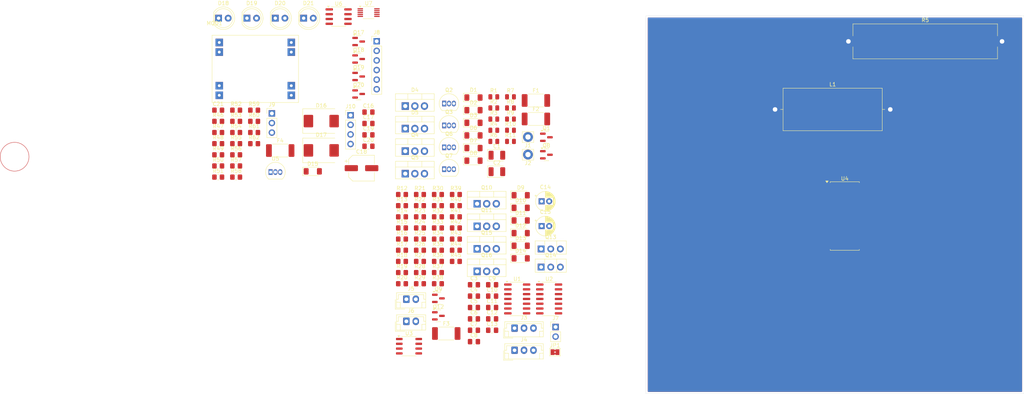
<source format=kicad_pcb>
(kicad_pcb (version 20240108) (generator "pcbnew") (generator_version "8.0")
  (layers (0 "F.Cu" signal) (31 "B.Cu" signal) (34 "B.Paste" user) (35 "F.Paste" user) (36 "B.SilkS" user "B.Silkscreen") (37 "F.SilkS" user "F.Silkscreen") (38 "B.Mask" user) (39 "F.Mask" user) (44 "Edge.Cuts" user))
  (net 0 "")
  (net 1 "GND")
  (net 2 "VOLTAGE_BATT_12V")
  (net 3 "VREF_2V5")
  (net 4 "Net-(U2A--)")
  (net 5 "+5V")
  (net 6 "Net-(Q10-B)")
  (net 7 "Net-(U2B--)")
  (net 8 "Net-(Q19-B)")
  (net 9 "Net-(Q20-B)")
  (net 10 "TEMP_HEAT_SINK_12V")
  (net 11 "TEMP_HEAT_SINK_24V")
  (net 12 "TEMP_AKU_24V")
  (net 13 "TEMP_AKU_12V")
  (net 14 "Net-(U3A-+)")
  (net 15 "DC_LINE_24V")
  (net 16 "Net-(U3B-+)")
  (net 17 "Net-(Q16-B)")
  (net 18 "Net-(Q17-C)")
  (net 19 "Net-(Q17-B)")
  (net 20 "Net-(Q18-B)")
  (net 21 "Net-(U2C--)")
  (net 22 "Net-(U2D--)")
  (net 23 "BALANCE_ON_24V")
  (net 24 "BALANCE_ON_12V")
  (net 25 "Net-(U3A--)")
  (net 26 "Net-(U3B--)")
  (net 27 "Net-(J6-Pin_1)")
  (net 28 "PWM_OUT1")
  (net 29 "Net-(J5-Pin_1)")
  (net 30 "PWM_OUT2")
  (net 31 "R_shunt")
  (net 32 "Net-(D1-A)")
  (net 33 "Net-(D2-K)")
  (net 34 "Net-(MOD1-OUT+)")
  (net 35 "Net-(Q4-D)")
  (net 36 "Net-(Q5-D)")
  (net 37 "Net-(D6-A)")
  (net 38 "Net-(D7-K)")
  (net 39 "Net-(D8-A)")
  (net 40 "Net-(D14-K)")
  (net 41 "/BMS_microcontroller/RS485_A")
  (net 42 "/BMS_microcontroller/RS485_B")
  (net 43 "Net-(D18-A)")
  (net 44 "Net-(D19-A)")
  (net 45 "Net-(D20-A)")
  (net 46 "Net-(D21-A)")
  (net 47 "Net-(F1-Pad2)")
  (net 48 "Net-(J1-Pin_1)")
  (net 49 "Net-(J7-Pin_1)")
  (net 50 "Net-(Q2-E)")
  (net 51 "Net-(Q6-E)")
  (net 52 "Net-(Q9-C)")
  (net 53 "Net-(Q9-B)")
  (net 54 "Net-(Q10-E)")
  (net 55 "Net-(Q12-B)")
  (net 56 "RST")
  (net 57 "Net-(Q12-C)")
  (net 58 "Net-(Q16-E)")
  (net 59 "SDA")
  (net 60 "CLOCK")
  (net 61 "RS485_OUTPUT_ENABLE")
  (net 62 "RS232_RX")
  (net 63 "RS232_TX")
  (net 64 "Net-(Q18-C)")
  (net 65 "Net-(Q19-C)")
  (net 66 "Net-(Q20-C)")
  (net 67 "Net-(U1B--)")
  (net 68 "Net-(U1A--)")
  (net 69 "Net-(U1D--)")
  (net 70 "PGD")
  (net 71 "PGC")
  (net 72 "DBG_UART")
  (net 73 "Net-(U1C--)")
  (net 74 "+BATT_12V")
  (net 75 "GNDA")
  (net 76 "Net-(D9-K)")
  (net 77 "Net-(R38-Pad2)")
  (net 78 "+BATT_24V")
  (net 79 "Net-(R39-Pad2)")
  (net 80 "Net-(Q13-B)")
  (net 82 "Net-(Q14-B)")
  (net 83 "Net-(Q15-B)")
  (net 84 "Net-(Q15-E)")
  (net 86 "IDEAL_DIODE_DISABLE")
  (net 87 "Net-(J3-Pin_2)")
  (net 88 "Net-(J3-Pin_3)")
  (net 89 "Net-(J4-Pin_2)")
  (net 90 "Net-(J4-Pin_3)")
  (net 91 "Net-(D3-A)")
  (net 92 "RB1")
  (net 93 "PWM_OUT_DISCH")
  (net 94 "Net-(Q1-C)")
  (net 95 "Net-(Q2-B)")
  (net 96 "LED1")
  (net 97 "LED2")
  (net 98 "PWM_OUT_CHRG")
  (net 99 "Net-(Q6-B)")
  (net 100 "Net-(Q8-C)")
  (net 101 "Net-(Q11-B)")
  (net 102 "Net-(Q11-E)")
  (footprint "Resistor_SMD:R_0805_2012Metric_Pad1.20x1.40mm_HandSolder" (layer "F.Cu") (at 111.98 97.95)
    (property "Reference" "R37" (at 0 -1.65 0) (layer "F.SilkS"))
    (property "Value" "0R")
    (pad "1" smd roundrect (at -1 0) (size 1.2 1.4) (layers "F.Cu" "F.Paste" "F.Mask") (roundrect_rratio 0.208333) (net 22 "Net-(U2D--)"))
    (pad "2" smd roundrect (at 1 0) (size 1.2 1.4) (layers "F.Cu" "F.Paste" "F.Mask") (roundrect_rratio 0.208333) (net 58 "Net-(Q16-E)"))
  )
  (footprint "Capacitor_SMD:C_0805_2012Metric_Pad1.18x1.45mm_HandSolder" (layer "F.Cu") (at 121.51 116.22)
    (property "Reference" "C8" (at 0 -1.68 0) (layer "F.SilkS"))
    (property "Value" "100n")
    (pad "1" smd roundrect (at -1.0375 0) (size 1.175 1.45) (layers "F.Cu" "F.Paste" "F.Mask") (roundrect_rratio 0.212766) (net 14 "Net-(U3A-+)"))
    (pad "2" smd roundrect (at 1.0375 0) (size 1.175 1.45) (layers "F.Cu" "F.Paste" "F.Mask") (roundrect_rratio 0.212766) (net 1 "GND"))
  )
  (footprint "Resistor_SMD:R_0805_2012Metric_Pad1.20x1.40mm_HandSolder" (layer "F.Cu") (at 107.23 95)
    (property "Reference" "R27" (at 0 -1.65 0) (layer "F.SilkS"))
    (property "Value" "0R1")
    (pad "1" smd roundrect (at -1 0) (size 1.2 1.4) (layers "F.Cu" "F.Paste" "F.Mask") (roundrect_rratio 0.208333) (net 102 "Net-(Q11-E)"))
    (pad "2" smd roundrect (at 1 0) (size 1.2 1.4) (layers "F.Cu" "F.Paste" "F.Mask") (roundrect_rratio 0.208333) (net 74 "+BATT_12V"))
  )
  (footprint "Capacitor_SMD:C_0805_2012Metric_Pad1.18x1.45mm_HandSolder" (layer "F.Cu") (at 121.51 113.21)
    (property "Reference" "C7" (at 0 -1.68 0) (layer "F.SilkS"))
    (property "Value" "100n")
    (pad "1" smd roundrect (at -1.0375 0) (size 1.175 1.45) (layers "F.Cu" "F.Paste" "F.Mask") (roundrect_rratio 0.212766) (net 78 "+BATT_24V"))
    (pad "2" smd roundrect (at 1.0375 0) (size 1.175 1.45) (layers "F.Cu" "F.Paste" "F.Mask") (roundrect_rratio 0.212766) (net 1 "GND"))
  )
  (footprint "Package_TO_SOT_SMD:SOT-23" (layer "F.Cu") (at 112.1 109.4)
    (property "Reference" "Q12" (at 0 -2.4 0) (layer "F.SilkS"))
    (property "Value" "BC817")
    (pad "1" smd roundrect (at -0.9375 -0.95) (size 1.475 0.6) (layers "F.Cu" "F.Paste" "F.Mask") (net 55 "Net-(Q12-B)"))
    (pad "2" smd roundrect (at -0.9375 0.95) (size 1.475 0.6) (layers "F.Cu" "F.Paste" "F.Mask") (net 75 "GNDA"))
    (pad "3" smd roundrect (at 0.9375 0) (size 1.475 0.6) (layers "F.Cu" "F.Paste" "F.Mask") (net 57 "Net-(Q12-C)"))
  )
  (footprint "LED_THT:LED_D5.0mm" (layer "F.Cu") (at 53.96 30.66)
    (property "Reference" "D18" (at 1.27 -3.96 0) (layer "F.SilkS"))
    (property "Value" "LED")
    (pad "1" thru_hole rect (at 0 0) (size 1.8 1.8) (drill 0.9) (layers "*.Cu" "*.Mask") (net 5 "+5V"))
    (pad "2" thru_hole circle (at 2.54 0) (size 1.8 1.8) (drill 0.9) (layers "*.Cu" "*.Mask") (net 43 "Net-(D18-A)"))
  )
  (footprint "Resistor_SMD:R_0805_2012Metric_Pad1.20x1.40mm_HandSolder" (layer "F.Cu") (at 102.48 86.15)
    (property "Reference" "R15" (at 0 -1.65 0) (layer "F.SilkS"))
    (property "Value" "120R")
    (pad "1" smd roundrect (at -1 0) (size 1.2 1.4) (layers "F.Cu" "F.Paste" "F.Mask") (roundrect_rratio 0.208333) (net 76 "Net-(D9-K)"))
    (pad "2" smd roundrect (at 1 0) (size 1.2 1.4) (layers "F.Cu" "F.Paste" "F.Mask") (roundrect_rratio 0.208333) (net 78 "+BATT_24V"))
  )
  (footprint "Capacitor_SMD:C_0805_2012Metric_Pad1.18x1.45mm_HandSolder" (layer "F.Cu") (at 93.6 55.51)
    (property "Reference" "C16" (at 0 -1.68 0) (layer "F.SilkS"))
    (property "Value" "100n")
    (pad "1" smd roundrect (at -1.0375 0) (size 1.175 1.45) (layers "F.Cu" "F.Paste" "F.Mask") (roundrect_rratio 0.212766) (net 5 "+5V"))
    (pad "2" smd roundrect (at 1.0375 0) (size 1.175 1.45) (layers "F.Cu" "F.Paste" "F.Mask") (roundrect_rratio 0.212766) (net 1 "GND"))
  )
  (footprint "Package_TO_SOT_SMD:SOT-23" (layer "F.Cu") (at 112.1 104.775)
    (property "Reference" "Q9" (at 0 -2.4 0) (layer "F.SilkS"))
    (property "Value" "BC817")
    (pad "1" smd roundrect (at -0.9375 -0.95) (size 1.475 0.6) (layers "F.Cu" "F.Paste" "F.Mask") (net 53 "Net-(Q9-B)"))
    (pad "2" smd roundrect (at -0.9375 0.95) (size 1.475 0.6) (layers "F.Cu" "F.Paste" "F.Mask") (net 75 "GNDA"))
    (pad "3" smd roundrect (at 0.9375 0) (size 1.475 0.6) (layers "F.Cu" "F.Paste" "F.Mask") (net 52 "Net-(Q9-C)"))
  )
  (footprint "LED_THT:LED_D5.0mm" (layer "F.Cu") (at 68.96 30.66)
    (property "Reference" "D20" (at 1.27 -3.96 0) (layer "F.SilkS"))
    (property "Value" "LED")
    (pad "1" thru_hole rect (at 0 0) (size 1.8 1.8) (drill 0.9) (layers "*.Cu" "*.Mask") (net 5 "+5V"))
    (pad "2" thru_hole circle (at 2.54 0) (size 1.8 1.8) (drill 0.9) (layers "*.Cu" "*.Mask") (net 45 "Net-(D20-A)"))
  )
  (footprint "Package_SO:SO-8_3.9x4.9mm_P1.27mm" (layer "F.Cu") (at 104.33 117.43)
    (property "Reference" "U3" (at 0 -3.4 0) (layer "F.SilkS"))
    (property "Value" "LM358")
    (pad "1" smd roundrect (at -2.575 -1.905) (size 1.75 0.6) (layers "F.Cu" "F.Paste" "F.Mask") (net 80 "Net-(Q13-B)"))
    (pad "2" smd roundrect (at -2.575 -0.635) (size 1.75 0.6) (layers "F.Cu" "F.Paste" "F.Mask") (net 25 "Net-(U3A--)"))
    (pad "3" smd roundrect (at -2.575 0.635) (size 1.75 0.6) (layers "F.Cu" "F.Paste" "F.Mask") (net 14 "Net-(U3A-+)"))
    (pad "4" smd roundrect (at -2.575 1.905) (size 1.75 0.6) (layers "F.Cu" "F.Paste" "F.Mask") (net 1 "GND"))
    (pad "5" smd roundrect (at 2.575 1.905) (size 1.75 0.6) (layers "F.Cu" "F.Paste" "F.Mask") (net 16 "Net-(U3B-+)"))
    (pad "6" smd roundrect (at 2.575 0.635) (size 1.75 0.6) (layers "F.Cu" "F.Paste" "F.Mask") (net 26 "Net-(U3B--)"))
    (pad "7" smd roundrect (at 2.575 -0.635) (size 1.75 0.6) (layers "F.Cu" "F.Paste" "F.Mask") (net 82 "Net-(Q14-B)"))
    (pad "8" smd roundrect (at 2.575 -1.905) (size 1.75 0.6) (layers "F.Cu" "F.Paste" "F.Mask") (net 78 "+BATT_24V"))
  )
  (footprint "Resistor_SMD:R_0805_2012Metric_Pad1.20x1.40mm_HandSolder" (layer "F.Cu") (at 107.23 83.2)
    (property "Reference" "R23" (at 0 -1.65 0) (layer "F.SilkS"))
    (property "Value" "1k")
    (pad "1" smd roundrect (at -1 0) (size 1.2 1.4) (layers "F.Cu" "F.Paste" "F.Mask") (roundrect_rratio 0.208333) (net 73 "Net-(U1C--)"))
    (pad "2" smd roundrect (at 1 0) (size 1.2 1.4) (layers "F.Cu" "F.Paste" "F.Mask") (roundrect_rratio 0.208333) (net 10 "TEMP_HEAT_SINK_12V"))
  )
  (footprint "Resistor_SMD:R_0805_2012Metric" (layer "F.Cu") (at 131.17 51.46)
    (property "Reference" "R7" (at 0 -1.65 0) (layer "F.SilkS"))
    (property "Value" "100R")
    (pad "1" smd roundrect (at -0.9125 0) (size 1.025 1.4) (layers "F.Cu" "F.Paste" "F.Mask") (roundrect_rratio 0.243902) (net 51 "Net-(Q6-E)"))
    (pad "2" smd roundrect (at 0.9125 0) (size 1.025 1.4) (layers "F.Cu" "F.Paste" "F.Mask") (roundrect_rratio 0.243902) (net 37 "Net-(D6-A)"))
  )
  (footprint "Resistor_SMD:R_0805_2012Metric_Pad1.20x1.40mm_HandSolder" (layer "F.Cu") (at 53.86 69.75)
    (property "Reference" "R50" (at 0 -1.65 0) (layer "F.SilkS"))
    (property "Value" "510R")
    (pad "1" smd roundrect (at -1 0) (size 1.2 1.4) (layers "F.Cu" "F.Paste" "F.Mask") (roundrect_rratio 0.208333) (net 5 "+5V"))
    (pad "2" smd roundrect (at 1 0) (size 1.2 1.4) (layers "F.Cu" "F.Paste" "F.Mask") (roundrect_rratio 0.208333) (net 42 "/BMS_microcontroller/RS485_B"))
  )
  (footprint "Connector_JST:JST_EH_B2B-EH-A_1x02_P2.50mm_Vertical" (layer "F.Cu") (at 103.63 110.85)
    (property "Reference" "J6" (at 1.25 -2.8 0) (layer "F.SilkS"))
    (property "Value" "FAN2")
    (pad "1" thru_hole roundrect (at 0 0) (size 1.7 2) (drill 1) (layers "*.Cu" "*.Mask") (roundrect_rratio 0.147059) (net 27 "Net-(J6-Pin_1)"))
    (pad "2" thru_hole oval (at 2.5 0) (size 1.7 2) (drill 1) (layers "*.Cu" "*.Mask") (net 1 "GND"))
  )
  (footprint "Resistor_SMD:R_0805_2012Metric_Pad1.20x1.40mm_HandSolder" (layer "F.Cu") (at 63.36 55)
    (property "Reference" "R59" (at 0 -1.65 0) (layer "F.SilkS"))
    (property "Value" "10K")
    (pad "1" smd roundrect (at -1 0) (size 1.2 1.4) (layers "F.Cu" "F.Paste" "F.Mask") (roundrect_rratio 0.208333) (net 8 "Net-(Q19-B)"))
    (pad "2" smd roundrect (at 1 0) (size 1.2 1.4) (layers "F.Cu" "F.Paste" "F.Mask") (roundrect_rratio 0.208333) (net 70 "PGD"))
  )
  (footprint "Resistor_SMD:R_0805_2012Metric" (layer "F.Cu") (at 126.76 57.36)
    (property "Reference" "R3" (at 0 -1.65 0) (layer "F.SilkS"))
    (property "Value" "10k")
    (pad "1" smd roundrect (at -0.9125 0) (size 1.025 1.4) (layers "F.Cu" "F.Paste" "F.Mask") (roundrect_rratio 0.243902) (net 95 "Net-(Q2-B)"))
    (pad "2" smd roundrect (at 0.9125 0) (size 1.025 1.4) (layers "F.Cu" "F.Paste" "F.Mask") (roundrect_rratio 0.243902) (net 31 "R_shunt"))
  )
  (footprint "Connector_PinHeader_2.54mm:PinHeader_1x06_P2.54mm_Vertical" (layer "F.Cu") (at 95.78 36.76)
    (property "Reference" "J8" (at 0 -2.33 0) (layer "F.SilkS"))
    (property "Value" "ICP")
    (pad "1" thru_hole rect (at 0 0) (size 1.7 1.7) (drill 1) (layers "*.Cu" "*.Mask") (net 56 "RST"))
    (pad "2" thru_hole oval (at 0 2.54) (size 1.7 1.7) (drill 1) (layers "*.Cu" "*.Mask") (net 5 "+5V"))
    (pad "3" thru_hole oval (at 0 5.08) (size 1.7 1.7) (drill 1) (layers "*.Cu" "*.Mask") (net 1 "GND"))
    (pad "4" thru_hole oval (at 0 7.62) (size 1.7 1.7) (drill 1) (layers "*.Cu" "*.Mask") (net 70 "PGD"))
    (pad "5" thru_hole oval (at 0 10.16) (size 1.7 1.7) (drill 1) (layers "*.Cu" "*.Mask") (net 71 "PGC"))
    (pad "6" thru_hole oval (at 0 12.7) (size 1.7 1.7) (drill 1) (layers "*.Cu" "*.Mask") (net 72 "DBG_UART"))
  )
  (footprint "Capacitor_SMD:C_0805_2012Metric_Pad1.18x1.45mm_HandSolder" (layer "F.Cu") (at 126.32 101.17)
    (property "Reference" "C9" (at 0 -1.68 0) (layer "F.SilkS"))
    (property "Value" "100n")
    (pad "1" smd roundrect (at -1.0375 0) (size 1.175 1.45) (layers "F.Cu" "F.Paste" "F.Mask") (roundrect_rratio 0.212766) (net 16 "Net-(U3B-+)"))
    (pad "2" smd roundrect (at 1.0375 0) (size 1.175 1.45) (layers "F.Cu" "F.Paste" "F.Mask") (roundrect_rratio 0.212766) (net 1 "GND"))
  )
  (footprint "Resistor_SMD:R_0805_2012Metric_Pad1.20x1.40mm_HandSolder" (layer "F.Cu") (at 111.98 92.05)
    (property "Reference" "R35" (at 0 -1.65 0) (layer "F.SilkS"))
    (property "Value" "120R")
    (pad "1" smd roundrect (at -1 0) (size 1.2 1.4) (layers "F.Cu" "F.Paste" "F.Mask") (roundrect_rratio 0.208333) (net 75 "GNDA"))
    (pad "2" smd roundrect (at 1 0) (size 1.2 1.4) (layers "F.Cu" "F.Paste" "F.Mask") (roundrect_rratio 0.208333) (net 57 "Net-(Q12-C)"))
  )
  (footprint "Capacitor_SMD:C_0805_2012Metric_Pad1.18x1.45mm_HandSolder" (layer "F.Cu") (at 121.51 110.2)
    (property "Reference" "C6" (at 0 -1.68 0) (layer "F.SilkS"))
    (property "Value" "100n")
    (pad "1" smd roundrect (at -1.0375 0) (size 1.175 1.45) (layers "F.Cu" "F.Paste" "F.Mask") (roundrect_rratio 0.212766) (net 101 "Net-(Q11-B)"))
    (pad "2" smd roundrect (at 1.0375 0) (size 1.175 1.45) (layers "F.Cu" "F.Paste" "F.Mask") (roundrect_rratio 0.212766) (net 7 "Net-(U2B--)"))
  )
  (footprint "Connector_JST:JST_EH_B2B-EH-A_1x02_P2.50mm_Vertical" (layer "F.Cu") (at 103.63 105)
    (property "Reference" "J5" (at 1.25 -2.8 0) (layer "F.SilkS"))
    (property "Value" "FAN1")
    (pad "1" thru_hole roundrect (at 0 0) (size 1.7 2) (drill 1) (layers "*.Cu" "*.Mask") (roundrect_rratio 0.147059) (net 29 "Net-(J5-Pin_1)"))
    (pad "2" thru_hole oval (at 2.5 0) (size 1.7 2) (drill 1) (layers "*.Cu" "*.Mask") (net 1 "GND"))
  )
  (footprint "Connector_Pin:Pin_D1.4mm_L8.5mm_W2.8mm_FlatFork" (layer "F.Cu") (at 135.8 62.09)
    (property "Reference" "J1" (at 0 2.25 0) (layer "F.SilkS"))
    (property "Value" "BATT")
    (pad "1" thru_hole circle (at 0 0) (size 2.6 2.6) (drill 1.4) (layers "*.Cu" "*.Mask") (net 48 "Net-(J1-Pin_1)"))
  )
  (footprint "Resistor_SMD:R_0805_2012Metric_Pad1.20x1.40mm_HandSolder" (layer "F.Cu") (at 102.48 97.95)
    (property "Reference" "R19" (at 0 -1.65 0) (layer "F.SilkS"))
    (property "Value" "120R")
    (pad "1" smd roundrect (at -1 0) (size 1.2 1.4) (layers "F.Cu" "F.Paste" "F.Mask") (roundrect_rratio 0.208333) (net 74 "+BATT_12V"))
    (pad "2" smd roundrect (at 1 0) (size 1.2 1.4) (layers "F.Cu" "F.Paste" "F.Mask") (roundrect_rratio 0.208333) (net 52 "Net-(Q9-C)"))
  )
  (footprint "Capacitor_SMD:C_0805_2012Metric_Pad1.18x1.45mm_HandSolder" (layer "F.Cu") (at 126.32 107.19)
    (property "Reference" "C11" (at 0 -1.68 0) (layer "F.SilkS"))
    (property "Value" "100n")
    (pad "1" smd roundrect (at -1.0375 0) (size 1.175 1.45) (layers "F.Cu" "F.Paste" "F.Mask") (roundrect_rratio 0.212766) (net 17 "Net-(Q16-B)"))
    (pad "2" smd roundrect (at 1.0375 0) (size 1.175 1.45) (layers "F.Cu" "F.Paste" "F.Mask") (roundrect_rratio 0.212766) (net 22 "Net-(U2D--)"))
  )
  (footprint "Package_SO:VSSOP-10_3x3mm_P0.5mm" (layer "F.Cu") (at 93.64 29.185)
    (property "Reference" "U7" (at 0 -2.45 0) (layer "F.SilkS"))
    (property "Value" "INA226")
    (pad "1" smd roundrect (at -2.2 -1) (size 1.45 0.3) (layers "F.Cu" "F.Paste" "F.Mask") (net 1 "GND"))
    (pad "2" smd roundrect (at -2.2 -0.5) (size 1.45 0.3) (layers "F.Cu" "F.Paste" "F.Mask") (net 1 "GND"))
    (pad "3" smd roundrect (at -2.2 0) (size 1.45 0.3) (layers "F.Cu" "F.Paste" "F.Mask"))
    (pad "4" smd roundrect (at -2.2 0.5) (size 1.45 0.3) (layers "F.Cu" "F.Paste" "F.Mask") (net 59 "SDA"))
    (pad "5" smd roundrect (at -2.2 1) (size 1.45 0.3) (layers "F.Cu" "F.Paste" "F.Mask") (net 60 "CLOCK"))
    (pad "6" smd roundrect (at 2.2 1) (size 1.45 0.3) (layers "F.Cu" "F.Paste" "F.Mask") (net 5 "+5V"))
    (pad "7" smd roundrect (at 2.2 0.5) (size 1.45 0.3) (layers "F.Cu" "F.Paste" "F.Mask") (net 1 "GND"))
    (pad "8" smd roundrect (at 2.2 0) (size 1.45 0.3) (layers "F.Cu" "F.Paste" "F.Mask") (net 78 "+BATT_24V"))
    (pad "9" smd roundrect (at 2.2 -0.5) (size 1.45 0.3) (layers "F.Cu" "F.Paste" "F.Mask") (net 78 "+BATT_24V"))
    (pad "10" smd roundrect (at 2.2 -1) (size 1.45 0.3) (layers "F.Cu" "F.Paste" "F.Mask") (net 31 "R_shunt"))
  )
  (footprint "Resistor_SMD:R_0805_2012Metric_Pad1.20x1.40mm_HandSolder" (layer "F.Cu") (at 58.61 63.85)
    (property "Reference" "R55" (at 0 -1.65 0) (layer "F.SilkS"))
    (property "Value" "10K")
    (pad "1" smd roundrect (at -1 0) (size 1.2 1.4) (layers "F.Cu" "F.Paste" "F.Mask") (roundrect_rratio 0.208333) (net 19 "Net-(Q17-B)"))
    (pad "2" smd roundrect (at 1 0) (size 1.2 1.4) (layers "F.Cu" "F.Paste" "F.Mask") (roundrect_rratio 0.208333) (net 96 "LED1"))
  )
  (footprint "Package_TO_SOT_SMD:SOT-23" (layer "F.Cu") (at 91.01 50.71)
    (property "Reference" "Q20" (at 0 -2.4 0) (layer "F.SilkS"))
    (property "Value" "BC817")
    (pad "1" smd roundrect (at -0.9375 -0.95) (size 1.475 0.6) (layers "F.Cu" "F.Paste" "F.Mask") (net 9 "Net-(Q20-B)"))
    (pad "2" smd roundrect (at -0.9375 0.95) (size 1.475 0.6) (layers "F.Cu" "F.Paste" "F.Mask") (net 1 "GND"))
    (pad "3" smd roundrect (at 0.9375 0) (size 1.475 0.6) (layers "F.Cu" "F.Paste" "F.Mask") (net 66 "Net-(Q20-C)"))
  )
  (footprint "Capacitor_SMD:C_0805_2012Metric_Pad1.18x1.45mm_HandSolder" (layer "F.Cu") (at 121.51 107.19)
    (property "Reference" "C5" (at 0 -1.68 0) (layer "F.SilkS"))
    (property "Value" "100n")
    (pad "1" smd roundrect (at -1.0375 0) (size 1.175 1.45) (layers "F.Cu" "F.Paste" "F.Mask") (roundrect_rratio 0.212766) (net 6 "Net-(Q10-B)"))
    (pad "2" smd roundrect (at 1.0375 0) (size 1.175 1.45) (layers "F.Cu" "F.Paste" "F.Mask") (roundrect_rratio 0.212766) (net 4 "Net-(U2A--)"))
  )
  (footprint "Package_TO_SOT_THT:TO-220-3_Vertical" (layer "F.Cu") (at 103.34 65.83)
    (property "Reference" "Q4" (at 2.54 -4.27 0) (layer "F.SilkS"))
    (property "Value" "PMOS")
    (pad "1" thru_hole rect (at 0 0) (size 1.905 2) (drill 1.1) (layers "*.Cu" "*.Mask") (net 35 "Net-(Q4-D)"))
    (pad "2" thru_hole oval (at 2.54 0) (size 1.905 2) (drill 1.1) (layers "*.Cu" "*.Mask") (net 91 "Net-(D3-A)"))
    (pad "3" thru_hole oval (at 5.08 0) (size 1.905 2) (drill 1.1) (layers "*.Cu" "*.Mask") (net 31 "R_shunt"))
  )
  (footprint "Diode_SMD:D_MiniMELF" (layer "F.Cu") (at 121.385 54.995)
    (property "Reference" "D2" (at 0 -2 0) (layer "F.SilkS"))
    (property "Value" "11V")
    (pad "1" smd roundrect (at -1.75 0) (size 1.3 1.7) (layers "F.Cu" "F.Paste" "F.Mask") (roundrect_rratio 0.1923076923) (net 33 "Net-(D2-K)"))
    (pad "2" smd roundrect (at 1.75 0) (size 1.3 1.7) (layers "F.Cu" "F.Paste" "F.Mask") (roundrect_rratio 0.1923076923) (net 75 "GNDA"))
  )
  (footprint "Resistor_SMD:R_0805_2012Metric_Pad1.20x1.40mm_HandSolder" (layer "F.Cu") (at 107.23 77.3)
    (property "Reference" "R21" (at 0 -1.65 0) (layer "F.SilkS"))
    (property "Value" "1k")
    (pad "1" smd roundrect (at -1 0) (size 1.2 1.4) (layers "F.Cu" "F.Paste" "F.Mask") (roundrect_rratio 0.208333) (net 68 "Net-(U1A--)"))
    (pad "2" smd roundrect (at 1 0) (size 1.2 1.4) (layers "F.Cu" "F.Paste" "F.Mask") (roundrect_rratio 0.208333) (net 13 "TEMP_AKU_12V"))
  )
  (footprint "Connector_JST:JST_EH_B3B-EH-A_1x03_P2.50mm_Vertical" (layer "F.Cu") (at 132.25 112.65)
    (property "Reference" "J3" (at 2.5 -2.8 0) (layer "F.SilkS"))
    (property "Value" "Conn_01x03")
    (pad "1" thru_hole roundrect (at 0 0) (size 1.7 1.95) (drill 0.95) (layers "*.Cu" "*.Mask") (roundrect_rratio 0.147059) (net 1 "GND"))
    (pad "2" thru_hole oval (at 2.5 0) (size 1.7 1.95) (drill 0.95) (layers "*.Cu" "*.Mask") (net 87 "Net-(J3-Pin_2)"))
    (pad "3" thru_hole oval (at 5 0) (size 1.7 1.95) (drill 0.95) (layers "*.Cu" "*.Mask") (net 88 "Net-(J3-Pin_3)"))
  )
  (footprint "Resistor_SMD:R_0805_2012Metric_Pad1.20x1.40mm_HandSolder" (layer "F.Cu") (at 116.73 80.25)
    (property "Reference" "R40" (at 0 -1.65 0) (layer "F.SilkS"))
    (property "Value" "0R1")
    (pad "1" smd roundrect (at -1 0) (size 1.2 1.4) (layers "F.Cu" "F.Paste" "F.Mask") (roundrect_rratio 0.208333) (net 84 "Net-(Q15-E)"))
    (pad "2" smd roundrect (at 1 0) (size 1.2 1.4) (layers "F.Cu" "F.Paste" "F.Mask") (roundrect_rratio 0.208333) (net 75 "GNDA"))
  )
  (footprint "Package_SO:SOIC-14_3.9x8.7mm_P1.27mm" (layer "F.Cu") (at 132.95 104.925)
    (property "Reference" "U1" (at 0 -5.28 0) (layer "F.SilkS"))
    (property "Value" "LM324")
    (pad "1" smd roundrect (at -2.475 -3.81) (size 1.95 0.6) (layers "F.Cu" "F.Paste" "F.Mask") (net 68 "Net-(U1A--)"))
    (pad "2" smd roundrect (at -2.475 -2.54) (size 1.95 0.6) (layers "F.Cu" "F.Paste" "F.Mask") (net 68 "Net-(U1A--)"))
    (pad "3" smd roundrect (at -2.475 -1.27) (size 1.95 0.6) (layers "F.Cu" "F.Paste" "F.Mask") (net 88 "Net-(J3-Pin_3)"))
    (pad "4" smd roundrect (at -2.475 0) (size 1.95 0.6) (layers "F.Cu" "F.Paste" "F.Mask") (net 5 "+5V"))
    (pad "5" smd roundrect (at -2.475 1.27) (size 1.95 0.6) (layers "F.Cu" "F.Paste" "F.Mask") (net 87 "Net-(J3-Pin_2)"))
    (pad "6" smd roundrect (at -2.475 2.54) (size 1.95 0.6) (layers "F.Cu" "F.Paste" "F.Mask") (net 67 "Net-(U1B--)"))
    (pad "7" smd roundrect (at -2.475 3.81) (size 1.95 0.6) (layers "F.Cu" "F.Paste" "F.Mask") (net 67 "Net-(U1B--)"))
    (pad "8" smd roundrect (at 2.475 3.81) (size 1.95 0.6) (layers "F.Cu" "F.Paste" "F.Mask") (net 73 "Net-(U1C--)"))
    (pad "9" smd roundrect (at 2.475 2.54) (size 1.95 0.6) (layers "F.Cu" "F.Paste" "F.Mask") (net 73 "Net-(U1C--)"))
    (pad "10" smd roundrect (at 2.475 1.27) (size 1.95 0.6) (layers "F.Cu" "F.Paste" "F.Mask") (net 90 "Net-(J4-Pin_3)"))
    (pad "11" smd roundrect (at 2.475 0) (size 1.95 0.6) (layers "F.Cu" "F.Paste" "F.Mask") (net 1 "GND"))
    (pad "12" smd roundrect (at 2.475 -1.27) (size 1.95 0.6) (layers "F.Cu" "F.Paste" "F.Mask") (net 89 "Net-(J4-Pin_2)"))
    (pad "13" smd roundrect (at 2.475 -2.54) (size 1.95 0.6) (layers "F.Cu" "F.Paste" "F.Mask") (net 69 "Net-(U1D--)"))
    (pad "14" smd roundrect (at 2.475 -3.81) (size 1.95 0.6) (layers "F.Cu" "F.Paste" "F.Mask") (net 69 "Net-(U1D--)"))
  )
  (footprint "Diode_SMD:D_MiniMELF" (layer "F.Cu") (at 133.875 77.495)
    (property "Reference" "D9" (at 0 -2 0) (layer "F.SilkS"))
    (property "Value" "3V3")
    (pad "1" smd roundrect (at -1.75 0) (size 1.3 1.7) (layers "F.Cu" "F.Paste" "F.Mask") (roundrect_rratio 0.1923076923) (net 76 "Net-(D9-K)"))
    (pad "2" smd roundrect (at 1.75 0) (size 1.3 1.7) (layers "F.Cu" "F.Paste" "F.Mask") (roundrect_rratio 0.1923076923) (net 74 "+BATT_12V"))
  )
  (footprint "Diode_SMD:D_MiniMELF" (layer "F.Cu") (at 133.875 87.515)
    (property "Reference" "D12" (at 0 -2 0) (layer "F.SilkS"))
    (property "Value" "3V3")
    (pad "1" smd roundrect (at -1.75 0) (size 1.3 1.7) (layers "F.Cu" "F.Paste" "F.Mask") (roundrect_rratio 0.1923076923) (net 11 "TEMP_HEAT_SINK_24V"))
    (pad "2" smd roundrect (at 1.75 0) (size 1.3 1.7) (layers "F.Cu" "F.Paste" "F.Mask") (roundrect_rratio 0.1923076923) (net 1 "GND"))
  )
  (footprint "Resistor_SMD:R_0805_2012Metric_Pad1.20x1.40mm_HandSolder" (layer "F.Cu") (at 102.48 95)
    (property "Reference" "R18" (at 0 -1.65 0) (layer "F.SilkS"))
    (property "Value" "120R")
    (pad "1" smd roundrect (at -1 0) (size 1.2 1.4) (layers "F.Cu" "F.Paste" "F.Mask") (roundrect_rratio 0.208333) (net 52 "Net-(Q9-C)"))
    (pad "2" smd roundrect (at 1 0) (size 1.2 1.4) (layers "F.Cu" "F.Paste" "F.Mask") (roundrect_rratio 0.208333) (net 76 "Net-(D9-K)"))
  )
  (footprint "Resistor_SMD:R_0805_2012Metric_Pad1.20x1.40mm_HandSolder" (layer "F.Cu") (at 102.48 92.05)
    (property "Reference" "R17" (at 0 -1.65 0) (layer "F.SilkS"))
    (property "Value" "15k")
    (pad "1" smd roundrect (at -1 0) (size 1.2 1.4) (layers "F.Cu" "F.Paste" "F.Mask") (roundrect_rratio 0.208333) (net 5 "+5V"))
    (pad "2" smd roundrect (at 1 0) (size 1.2 1.4) (layers "F.Cu" "F.Paste" "F.Mask") (roundrect_rratio 0.208333) (net 90 "Net-(J4-Pin_3)"))
  )
  (footprint "Resistor_SMD:R_0805_2012Metric" (layer "F.Cu") (at 131.17 57.36)
    (property "Reference" "R9" (at 0 -1.65 0) (layer "F.SilkS"))
    (property "Value" "1k")
    (pad "1" smd roundrect (at -0.9125 0) (size 1.025 1.4) (layers "F.Cu" "F.Paste" "F.Mask") (roundrect_rratio 0.243902) (net 100 "Net-(Q8-C)"))
    (pad "2" smd roundrect (at 0.9125 0) (size 1.025 1.4) (layers "F.Cu" "F.Paste" "F.Mask") (roundrect_rratio 0.243902) (net 99 "Net-(Q6-B)"))
  )
  (footprint "Jumper:SolderJumper-2_P1.3mm_Bridged2Bar_Pad1.0x1.5mm" (layer "F.Cu") (at 142.95 119)
    (property "Reference" "JP1" (at 0 -1.8 0) (layer "F.SilkS"))
    (property "Value" "GND_Bridged")
    (fp_poly (pts (xy -0.25 -0.6) (xy 0.25 -0.6) (xy 0.25 -0.2) (xy -0.25 -0.2)) (fill solid) (layer "F.Cu"))
    (fp_poly (pts (xy -0.25 0.2) (xy 0.25 0.2) (xy 0.25 0.6) (xy -0.25 0.6)) (fill solid) (layer "F.Cu"))
    (pad "1" smd rect (at -0.65 0) (size 1 1.5) (layers "F.Cu" "F.Mask") (net 1 "GND"))
    (pad "2" smd rect (at 0.65 0) (size 1 1.5) (layers "F.Cu" "F.Mask") (net 75 "GNDA"))
  )
  (footprint "Resistor_SMD:R_0805_2012Metric" (layer "F.Cu") (at 126.76 54.41)
    (property "Reference" "R2" (at 0 -1.65 0) (layer "F.SilkS"))
    (property "Value" "10k")
    (pad "1" smd roundrect (at -0.9125 0) (size 1.025 1.4) (layers "F.Cu" "F.Paste" "F.Mask") (roundrect_rratio 0.243902) (net 75 "GNDA"))
    (pad "2" smd roundrect (at 0.9125 0) (size 1.025 1.4) (layers "F.Cu" "F.Paste" "F.Mask") (roundrect_rratio 0.243902) (net 32 "Net-(D1-A)"))
  )
  (footprint "Resistor_SMD:R_0805_2012Metric_Pad1.20x1.40mm_HandSolder" (layer "F.Cu") (at 107.23 100.9)
    (property "Reference" "R29" (at 0 -1.65 0) (layer "F.SilkS"))
    (property "Value" "1k")
    (pad "1" smd roundrect (at -1 0) (size 1.2 1.4) (layers "F.Cu" "F.Paste" "F.Mask") (roundrect_rratio 0.208333) (net 30 "PWM_OUT2"))
    (pad "2" smd roundrect (at 1 0) (size 1.2 1.4) (layers "F.Cu" "F.Paste" "F.Mask") (roundrect_rratio 0.208333) (net 14 "Net-(U3A-+)"))
  )
  (footprint "Resistor_SMD:R_0805_2012Metric_Pad1.20x1.40mm_HandSolder" (layer "F.Cu") (at 111.98 83.2)
    (property "Reference" "R32" (at 0 -1.65 0) (layer "F.SilkS"))
    (property "Value" "10k")
    (pad "1" smd roundrect (at -1 0) (size 1.2 1.4) (layers "F.Cu" "F.Paste" "F.Mask") (roundrect_rratio 0.208333) (net 1 "GND"))
    (pad "2" smd roundrect (at 1 0) (size 1.2 1.4) (layers "F.Cu" "F.Paste" "F.Mask") (roundrect_rratio 0.208333) (net 14 "Net-(U3A-+)"))
  )
  (footprint "Resistor_SMD:R_0805_2012Metric_Pad1.20x1.40mm_HandSolder" (layer "F.Cu") (at 53.86 57.95)
    (property "Reference" "R46" (at 0 -1.65 0) (layer "F.SilkS"))
    (property "Value" "10k")
    (pad "1" smd roundrect (at -1 0) (size 1.2 1.4) (layers "F.Cu" "F.Paste" "F.Mask") (roundrect_rratio 0.208333) (net 5 "+5V"))
    (pad "2" smd roundrect (at 1 0) (size 1.2 1.4) (layers "F.Cu" "F.Paste" "F.Mask") (roundrect_rratio 0.208333) (net 56 "RST"))
  )
  (footprint "Package_TO_SOT_THT:TO-220-3_Vertical" (layer "F.Cu") (at 103.34 59.87)
    (property "Reference" "D5" (at 2.54 -4.27 0) (layer "F.SilkS"))
    (property "Value" "D_Schottk")
    (pad "1" thru_hole rect (at 0 0) (size 1.905 2) (drill 1.1) (layers "*.Cu" "*.Mask") (net 75 "GNDA"))
    (pad "2" thru_hole oval (at 2.54 0) (size 1.905 2) (drill 1.1) (layers "*.Cu" "*.Mask") (net 36 "Net-(Q5-D)"))
    (pad "3" thru_hole oval (at 5.08 0) (size 1.905 2) (drill 1.1) (layers "*.Cu" "*.Mask") (net 36 "Net-(Q5-D)"))
  )
  (footprint "Resistor_SMD:R_0805_2012Metric_Pad1.20x1.40mm_HandSolder" (layer "F.Cu") (at 111.98 86.15)
    (property "Reference" "R33" (at 0 -1.65 0) (layer "F.SilkS"))
    (property "Value" "10k")
    (pad "1" smd roundrect (at -1 0) (size 1.2 1.4) (layers "F.Cu" "F.Paste" "F.Mask") (roundrect_rratio 0.208333) (net 1 "GND"))
    (pad "2" smd roundrect (at 1 0) (size 1.2 1.4) (layers "F.Cu" "F.Paste" "F.Mask") (roundrect_rratio 0.208333) (net 16 "Net-(U3B-+)"))
  )
  (footprint "Resistor_SMD:R_0805_2012Metric_Pad1.20x1.40mm_HandSolder" (layer "F.Cu") (at 107.23 89.1)
    (property "Reference" "R25" (at 0 -1.65 0) (layer "F.SilkS"))
    (property "Value" "0R")
    (pad "1" smd roundrect (at -1 0) (size 1.2 1.4) (layers "F.Cu" "F.Paste" "F.Mask") (roundrect_rratio 0.208333) (net 7 "Net-(U2B--)"))
    (pad "2" smd roundrect (at 1 0) (size 1.2 1.4) (layers "F.Cu" "F.Paste" "F.Mask") (roundrect_rratio 0.208333) (net 102 "Net-(Q11-E)"))
  )
  (footprint "Resistor_SMD:R_0805_2012Metric_Pad1.20x1.40mm_HandSolder" (layer "F.Cu") (at 102.48 77.3)
    (property "Reference" "R12" (at 0 -1.65 0) (layer "F.SilkS"))
    (property "Value" "10k")
    (pad "1" smd roundrect (at -1 0) (size 1.2 1.4) (layers "F.Cu" "F.Paste" "F.Mask") (roundrect_rratio 0.208333) (net 53 "Net-(Q9-B)"))
    (pad "2" smd roundrect (at 1 0) (size 1.2 1.4) (layers "F.Cu" "F.Paste" "F.Mask") (roundrect_rratio 0.208333) (net 23 "BALANCE_ON_24V"))
  )
  (footprint "Resistor_SMD:R_0805_2012Metric_Pad1.20x1.40mm_HandSolder" (layer "F.Cu") (at 58.61 55)
    (property "Reference" "R52" (at 0 -1.65 0) (layer "F.SilkS"))
    (property "Value" "510R")
    (pad "1" smd roundrect (at -1 0) (size 1.2 1.4) (layers "F.Cu" "F.Paste" "F.Mask") (roundrect_rratio 0.208333) (net 41 "/BMS_microcontroller/RS485_A"))
    (pad "2" smd roundrect (at 1 0) (size 1.2 1.4) (layers "F.Cu" "F.Paste" "F.Mask") (roundrect_rratio 0.208333) (net 1 "GND"))
  )
  (footprint "Connector_PinHeader_2.54mm:PinHeader_1x03_P2.54mm_Vertical" (layer "F.Cu") (at 68.06 55.85)
    (property "Reference" "J9" (at 0 -2.33 0) (layer "F.SilkS"))
    (property "Value" "Conn_01x03")
    (pad "1" thru_hole rect (at 0 0) (size 1.7 1.7) (drill 1) (layers "*.Cu" "*.Mask") (net 92 "RB1"))
    (pad "2" thru_hole oval (at 0 2.54) (size 1.7 1.7) (drill 1) (layers "*.Cu" "*.Mask") (net 5 "+5V"))
    (pad "3" thru_hole oval (at 0 5.08) (size 1.7 1.7) (drill 1) (layers "*.Cu" "*.Mask") (net 1 "GND"))
  )
  (footprint "Package_TO_SOT_THT:TO-220-3_Vertical" (layer "F.Cu") (at 122.34 91.67)
    (property "Reference" "Q15" (at 2.54 -4.27 0) (layer "F.SilkS"))
    (property "Value" "NPN")
    (pad "1" thru_hole rect (at 0 0) (size 1.905 2) (drill 1.1) (layers "*.Cu" "*.Mask") (net 74 "+BATT_12V"))
    (pad "2" thru_hole oval (at 2.54 0) (size 1.905 2) (drill 1.1) (layers "*.Cu" "*.Mask") (net 83 "Net-(Q15-B)"))
    (pad "3" thru_hole oval (at 5.08 0) (size 1.905 2) (drill 1.1) (layers "*.Cu" "*.Mask") (net 84 "Net-(Q15-E)"))
  )
  (footprint "Resistor_SMD:R_0805_2012Metric_Pad1.20x1.40mm_HandSolder" (layer "F.Cu") (at 58.61 66.8)
    (property "Reference" "R56" (at 0 -1.65 0) (layer "F.SilkS"))
    (property "Value" "220R")
    (pad "1" smd roundrect (at -1 0) (size 1.2 1.4) (layers "F.Cu" "F.Paste" "F.Mask") (roundrect_rratio 0.208333) (net 18 "Net-(Q17-C)"))
    (pad "2" smd roundrect (at 1 0) (size 1.2 1.4) (layers "F.Cu" "F.Paste" "F.Mask") (roundrect_rratio 0.208333) (net 43 "Net-(D18-A)"))
  )
  (footprint "Resistor_SMD:R_0805_2012Metric_Pad1.20x1.40mm_HandSolder" (layer "F.Cu") (at 53.86 66.8)
    (property "Reference" "R49" (at 0 -1.65 0) (layer "F.SilkS"))
    (property "Value" "1k")
    (pad "1" smd roundrect (at -1 0) (size 1.2 1.4) (layers "F.Cu" "F.Paste" "F.Mask") (roundrect_rratio 0.208333) (net 5 "+5V"))
    (pad "2" smd roundrect (at 1 0) (size 1.2 1.4) (layers "F.Cu" "F.Paste" "F.Mask") (roundrect_rratio 0.208333) (net 3 "VREF_2V5"))
  )
  (footprint "Diode_SMD:D_MiniMELF" (layer "F.Cu") (at 121.385 68.355)
    (property "Reference" "D8" (at 0 -2 0) (layer "F.SilkS"))
    (property "Value" "LL4148")
    (pad "1" smd roundrect (at -1.75 0) (size 1.3 1.7) (layers "F.Cu" "F.Paste" "F.Mask") (roundrect_rratio 0.1923076923) (net 98 "PWM_OUT_CHRG"))
    (pad "2" smd roundrect (at 1.75 0) (size 1.3 1.7) (layers "F.Cu" "F.Paste" "F.Mask") (roundrect_rratio 0.1923076923) (net 39 "Net-(D8-A)"))
  )
  (footprint "Diode_SMD:D_SMC" (layer "F.Cu") (at 81.125 57.88)
    (property "Reference" "D16" (at 0 -4.1 0) (layer "F.SilkS"))
    (property "Value" "D_TVS")
    (pad "1" smd roundrect (at -3.4 0 90) (size 3.3 2.5) (layers "F.Cu" "F.Paste" "F.Mask") (roundrect_rratio 0.1) (net 1 "GND"))
    (pad "2" smd roundrect (at 3.4 0 90) (size 3.3 2.5) (layers "F.Cu" "F.Paste" "F.Mask") (roundrect_rratio 0.1) (net 41 "/BMS_microcontroller/RS485_A"))
  )
  (footprint "Resistor_SMD:R_0805_2012Metric_Pad1.20x1.40mm_HandSolder" (layer "F.Cu") (at 111.98 77.3)
    (property "Reference" "R30" (at 0 -1.65 0) (layer "F.SilkS"))
    (property "Value" "1k")
    (pad "1" smd roundrect (at -1 0) (size 1.2 1.4) (layers "F.Cu" "F.Paste" "F.Mask") (roundrect_rratio 0.208333) (net 28 "PWM_OUT1"))
    (pad "2" smd roundrect (at 1 0) (size 1.2 1.4) (layers "F.Cu" "F.Paste" "F.Mask") (roundrect_rratio 0.208333) (net 16 "Net-(U3B-+)"))
  )
  (footprint "Package_TO_SOT_SMD:SOT-23" (layer "F.Cu") (at 91.01 41.46)
    (property "Reference" "Q18" (at 0 -2.4 0) (layer "F.SilkS"))
    (property "Value" "BC817")
    (pad "1" smd roundrect (at -0.9375 -0.95) (size 1.475 0.6) (layers "F.Cu" "F.Paste" "F.Mask") (net 20 "Net-(Q18-B)"))
    (pad "2" smd roundrect (at -0.9375 0.95) (size 1.475 0.6) (layers "F.Cu" "F.Paste" "F.Mask") (net 1 "GND"))
    (pad "3" smd roundrect (at 0.9375 0) (size 1.475 0.6) (layers "F.Cu" "F.Paste" "F.Mask") (net 64 "Net-(Q18-C)"))
  )
  (footprint "Resistor_SMD:R_0805_2012Metric_Pad1.20x1.40mm_HandSolder" (layer "F.Cu") (at 63.36 60.9)
    (property "Reference" "R61" (at 0 -1.65 0) (layer "F.SilkS"))
    (property "Value" "10K")
    (pad "1" smd roundrect (at -1 0) (size 1.2 1.4) (layers "F.Cu" "F.Paste" "F.Mask") (roundrect_rratio 0.208333) (net 9 "Net-(Q20-B)"))
    (pad "2" smd roundrect (at 1 0) (size 1.2 1.4) (layers "F.Cu" "F.Paste" "F.Mask") (roundrect_rratio 0.208333) (net 71 "PGC"))
  )
  (footprint "Resistor_SMD:R_0805_2012Metric" (layer "F.Cu") (at 131.17 54.41)
    (property "Reference" "R8" (at 0 -1.65 0) (layer "F.SilkS"))
    (property "Value" "10k")
    (pad "1" smd roundrect (at -0.9125 0) (size 1.025 1.4) (layers "F.Cu" "F.Paste" "F.Mask") (roundrect_rratio 0.243902) (net 99 "Net-(Q6-B)"))
    (pad "2" smd roundrect (at 0.9125 0) (size 1.025 1.4) (layers "F.Cu" "F.Paste" "F.Mask") (roundrect_rratio 0.243902) (net 15 "DC_LINE_24V"))
  )
  (footprint "Diode_SMD:D_MiniMELF" (layer "F.Cu") (at 133.875 80.835)
    (property "Reference" "D10" (at 0 -2 0) (layer "F.SilkS"))
    (property "Value" "3V3")
    (pad "1" smd roundrect (at -1.75 0) (size 1.3 1.7) (layers "F.Cu" "F.Paste" "F.Mask") (roundrect_rratio 0.1923076923) (net 12 "TEMP_AKU_24V"))
    (pad "2" smd roundrect (at 1.75 0) (size 1.3 1.7) (layers "F.Cu" "F.Paste" "F.Mask") (roundrect_rratio 0.1923076923) (net 1 "GND"))
  )
  (footprint "Package_TO_SOT_THT:TO-92_Inline" (layer "F.Cu") (at 113.64 53.24)
    (property "Reference" "Q2" (at 1.27 -3.56 0) (layer "F.SilkS"))
    (property "Value" "BC337")
    (pad "1" thru_hole rect (at 0 0) (size 1.05 1.5) (drill 0.75) (layers "*.Cu" "*.Mask") (net 31 "R_shunt"))
    (pad "2" thru_hole oval (at 1.27 0) (size 1.05 1.5) (drill 0.75) (layers "*.Cu" "*.Mask") (net 95 "Net-(Q2-B)"))
    (pad "3" thru_hole oval (at 2.54 0) (size 1.05 1.5) (drill 0.75) (layers "*.Cu" "*.Mask") (net 50 "Net-(Q2-E)"))
  )
  (footprint "Diode_SMD:D_MiniMELF" (layer "F.Cu") (at 121.385 58.335)
    (property "Reference" "D3" (at 0 -2 0) (layer "F.SilkS"))
    (property "Value" "18V")
    (pad "1" smd roundrect (at -1.75 0) (size 1.3 1.7) (layers "F.Cu" "F.Paste" "F.Mask") (roundrect_rratio 0.1923076923) (net 31 "R_shunt"))
    (pad "2" smd roundrect (at 1.75 0) (size 1.3 1.7) (layers "F.Cu" "F.Paste" "F.Mask") (roundrect_rratio 0.1923076923) (net 91 "Net-(D3-A)"))
  )
  (footprint "Diode_SMD:D_SMC" (layer "F.Cu") (at 81.125 65.63)
    (property "Reference" "D17" (at 0 -4.1 0) (layer "F.SilkS"))
    (property "Value" "D_TVS")
    (pad "1" smd roundrect (at -3.4 0 90) (size 3.3 2.5) (layers "F.Cu" "F.Paste" "F.Mask") (roundrect_rratio 0.1) (net 1 "GND"))
    (pad "2" smd roundrect (at 3.4 0 90) (size 3.3 2.5) (layers "F.Cu" "F.Paste" "F.Mask") (roundrect_rratio 0.1) (net 42 "/BMS_microcontroller/RS485_B"))
  )
  (footprint "Capacitor_THT:CP_Radial_D5.0mm_P2.00mm" (layer "F.Cu") (at 139.409775 85.65)
    (property "Reference" "C15" (at 1 -3.75 0) (layer "F.SilkS"))
    (property "Value" "47u")
    (pad "1" thru_hole rect (at 0 0) (size 1.6 1.6) (drill 0.8) (layers "*.Cu" "*.Mask") (net 29 "Net-(J5-Pin_1)"))
    (pad "2" thru_hole circle (at 2 0) (size 1.6 1.6) (drill 0.8) (layers "*.Cu" "*.Mask") (net 1 "GND"))
  )
  (footprint "Package_TO_SOT_THT:TO-126-3_Vertical" (layer "F.Cu") (at 139.28 91.7)
    (property "Reference" "Q13" (at 2.54 -3.12 0) (layer "F.SilkS"))
    (property "Value" "BD238")
    (pad "1" thru_hole rect (at 0 0) (size 1.8 1.8) (drill 1) (layers "*.Cu" "*.Mask") (net 27 "Net-(J6-Pin_1)"))
    (pad "2" thru_hole oval (at 2.54 0) (size 1.8 1.8) (drill 1) (layers "*.Cu" "*.Mask") (net 74 "+BATT_12V"))
    (pad "3" thru_hole oval (at 5.08 0) (size 1.8 1.8) (drill 1) (layers "*.Cu" "*.Mask") (net 80 "Net-(Q13-B)"))
  )
  (footprint "Inductor_THT:L_Axial_L26.0mm_D11.0mm_P30.48mm_Horizontal_Fastron_77A" (layer "F.Cu") (at 201.155 54.8)
    (property "Reference" "L1" (at 15.24 -6.62 0) (layer "F.SilkS"))
    (property "Value" "L")
    (pad "1" thru_hole circle (at 0 0) (size 2.4 2.4) (drill 1.2) (layers "*.Cu" "*.Mask") (net 35 "Net-(Q4-D)"))
    (pad "2" thru_hole oval (at 30.48 0) (size 2.4 2.4) (drill 1.2) (layers "*.Cu" "*.Mask") (net 36 "Net-(Q5-D)"))
  )
  (footprint "Capacitor_SMD:C_0805_2012Metric_Pad1.18x1.45mm_HandSolder" (layer "F.Cu") (at 93.6 58.52)
    (property "Reference" "C17" (at 0 -1.68 0) (layer "F.SilkS"))
    (property "Value" "100n")
    (pad "1" smd roundrect (at -1.0375 0) (size 1.175 1.45) (layers "F.Cu" "F.Paste" "F.Mask") (roundrect_rratio 0.212766) (net 2 "VOLTAGE_BATT_12V"))
    (pad "2" smd roundrect (at 1.0375 0) (size 1.175 1.45) (layers "F.Cu" "F.Paste" "F.Mask") (roundrect_rratio 0.212766) (net 1 "GND"))
  )
  (footprint "Resistor_SMD:R_0805_2012Metric" (layer "F.Cu") (at 131.17 63.26)
    (property "Reference" "R11" (at 0 -1.65 0) (layer "F.SilkS"))
    (property "Value" "4k7")
    (pad "1" smd roundrect (at -0.9125 0) (size 1.025 1.4) (layers "F.Cu" "F.Paste" "F.Mask") (roundrect_rratio 0.243902) (net 98 "PWM_OUT_CHRG"))
    (pad "2" smd roundrect (at 0.9125 0) (size 1.025 1.4) (layers "F.Cu" "F.Paste" "F.Mask") (roundrect_rratio 0.243902) (net 39 "Net-(D8-A)"))
  )
  (footprint "Fuse:Fuse_2512_6332Metric_Pad1.52x3.35mm_HandSolder" (layer "F.Cu") (at 70.26 65.67)
    (property "Reference" "F4" (at 0 -2.62 0) (layer "F.SilkS"))
    (property "Value" "2A")
    (pad "1" smd roundrect (at -2.9875 0) (size 1.525 3.35) (layers "F.Cu" "F.Paste" "F.Mask") (roundrect_rratio 0.163934) (net 34 "Net-(MOD1-OUT+)"))
    (pad "2" smd roundrect (at 2.9875 0) (size 1.525 3.35) (layers "F.Cu" "F.Paste" "F.Mask") (roundrect_rratio 0.163934) (net 5 "+5V"))
  )
  (footprint "Capacitor_Tantalum_SMD:CP_EIA-3528-21_Kemet-B" (layer "F.Cu") (at 127.575 66.91)
    (property "Reference" "C1" (at 0 -2.35 0) (layer "F.SilkS"))
    (property "Value" "22u")
    (pad "1" smd roundrect (at -1.5375 0) (size 1.325 2.35) (layers "F.Cu" "F.Paste" "F.Mask") (roundrect_rratio 0.188679) (net 31 "R_shunt"))
    (pad "2" smd roundrect (at 1.5375 0) (size 1.325 2.35) (layers "F.Cu" "F.Paste" "F.Mask") (roundrect_rratio 0.188679) (net 75 "GNDA"))
  )
  (footprint "Fuse:Fuse_2512_6332Metric_Pad1.52x3.35mm_HandSolder" (layer "F.Cu") (at 137.9 52.43)
    (property "Reference" "F1" (at 0 -2.62 0) (layer "F.SilkS"))
    (property "Value" "6,3A")
    (pad "1" smd roundrect (at -2.9875 0) (size 1.525 3.35) (layers "F.Cu" "F.Paste" "F.Mask") (roundrect_rratio 0.163934) (net 48 "Net-(J1-Pin_1)"))
    (pad "2" smd roundrect (at 2.9875 0) (size 1.525 3.35) (layers "F.Cu" "F.Paste" "F.Mask") (roundrect_rratio 0.163934) (net 47 "Net-(F1-Pad2)"))
  )
  (footprint "Resistor_SMD:R_0805_2012Metric_Pad1.20x1.40mm_HandSolder" (layer "F.Cu") (at 107.23 80.25)
    (property "Reference" "R22" (at 0 -1.65 0) (layer "F.SilkS"))
    (property "Value" "1k")
    (pad "1" smd roundrect (at -1 0) (size 1.2 1.4) (layers "F.Cu" "F.Paste" "F.Mask") (roundrect_rratio 0.208333) (net 69 "Net-(U1D--)"))
    (pad "2" smd roundrect (at 1 0) (size 1.2 1.4) (layers "F.Cu" "F.Paste" "F.Mask") (roundrect_rratio 0.208333) (net 11 "TEMP_HEAT_SINK_24V"))
  )
  (footprint "Resistor_SMD:R_0805_2012Metric_Pad1.20x1.40mm_HandSolder" (layer "F.Cu") (at 111.98 80.25)
    (property "Reference" "R31" (at 0 -1.65 0) (layer "F.SilkS"))
    (property "Value" "120R")
    (pad "1" smd roundrect (at -1 0) (size 1.2 1.4) (layers "F.Cu" "F.Paste" "F.Mask") (roundrect_rratio 0.208333) (net 40 "Net-(D14-K)"))
    (pad "2" smd roundrect (at 1 0) (size 1.2 1.4) (layers "F.Cu" "F.Paste" "F.Mask") (roundrect_rratio 0.208333) (net 74 "+BATT_12V"))
  )
  (footprint "LED_THT:LED_D5.0mm" (layer "F.Cu") (at 61.46 30.66)
    (property "Reference" "D19" (at 1.27 -3.96 0) (layer "F.SilkS"))
    (property "Value" "LED")
    (pad "1" thru_hole rect (at 0 0) (size 1.8 1.8) (drill 0.9) (layers "*.Cu" "*.Mask") (net 5 "+5V"))
    (pad "2" thru_hole circle (at 2.54 0) (size 1.8 1.8) (drill 0.9) (layers "*.Cu" "*.Mask") (net 44 "Net-(D19-A)"))
  )
  (footprint "Resistor_SMD:R_0805_2012Metric" (layer "F.Cu") (at 126.76 60.31)
    (property "Reference" "R4" (at 0 -1.65 0) (layer "F.SilkS"))
    (property "Value" "1k")
    (pad "1" smd roundrect (at -0.9125 0) (size 1.025 1.4) (layers "F.Cu" "F.Paste" "F.Mask") (roundrect_rratio 0.243902) (net 94 "Net-(Q1-C)"))
    (pad "2" smd roundrect (at 0.9125 0) (size 1.025 1.4) (layers "F.Cu" "F.Paste" "F.Mask") (roundrect_rratio 0.243902) (net 95 "Net-(Q2-B)"))
  )
  (footprint "Connector_PinHeader_2.54mm:PinHeader_1x04_P2.54mm_Vertical" (layer "F.Cu") (at 88.87 56.33)
    (property "Reference" "J10" (at 0 -2.33 0) (layer "F.SilkS"))
    (property "Value" "RS485")
    (pad "1" thru_hole rect (at 0 0) (size 1.7 1.7) (drill 1) (layers "*.Cu" "*.Mask") (net 5 "+5V"))
    (pad "2" thru_hole oval (at 0 2.54) (size 1.7 1.7) (drill 1) (layers "*.Cu" "*.Mask") (net 42 "/BMS_microcontroller/RS485_B"))
    (pad "3" thru_hole oval (at 0 5.08) (size 1.7 1.7) (drill 1) (layers "*.Cu" "*.Mask") (net 41 "/BMS_microcontroller/RS485_A"))
    (pad "4" thru_hole oval (at 0 7.62) (size 1.7 1.7) (drill 1) (layers "*.Cu" "*.Mask") (net 1 "GND"))
  )
  (footprint "Capacitor_SMD:C_0805_2012Metric_Pad1.18x1.45mm_HandSolder" (layer "F.Cu") (at 93.6 64.54)
    (property "Reference" "C20" (at 0 -1.68 0) (layer "F.SilkS"))
    (property "Value" "100n")
    (pad "1" smd roundrect (at -1.0375 0) (size 1.175 1.45) (layers "F.Cu" "F.Paste" "F.Mask") (roundrect_rratio 0.212766) (net 5 "+5V"))
    (pad "2" smd roundrect (at 1.0375 0) (size 1.175 1.45) (layers "F.Cu" "F.Paste" "F.Mask") (roundrect_rratio 0.212766) (net 1 "GND"))
  )
  (footprint "Diode_SMD:D_MiniMELF" (layer "F.Cu") (at 121.385 51.655)
    (property "Reference" "D1" (at 0 -2 0) (layer "F.SilkS"))
    (property "Value" "LL4148")
    (pad "1" smd roundrect (at -1.75 0) (size 1.3 1.7) (layers "F.Cu" "F.Paste" "F.Mask") (roundrect_rratio 0.1923076923) (net 93 "PWM_OUT_DISCH"))
    (pad "2" smd roundrect (at 1.75 0) (size 1.3 1.7) (layers "F.Cu" "F.Paste" "F.Mask") (roundrect_rratio 0.1923076923) (net 32 "Net-(D1-A)"))
  )
  (footprint "Package_TO_SOT_THT:TO-220-3_Vertical" (layer "F.Cu") (at 122.34 85.71)
    (property "Reference" "Q11" (at 2.54 -4.27 0) (layer "F.SilkS"))
    (property "Value" "NPN")
    (pad "1" thru_hole rect (at 0 0) (size 1.905 2) (drill 1.1) (layers "*.Cu" "*.Mask") (net 78 "+BATT_24V"))
    (pad "2" thru_hole oval (at 2.54 0) (size 1.905 2) (drill 1.1) (layers "*.Cu" "*.Mask") (net 101 "Net-(Q11-B)"))
    (pad "3" thru_hole oval (at 5.08 0) (size 1.905 2) (drill 1.1) (layers "*.Cu" "*.Mask") (net 102 "Net-(Q11-E)"))
  )
  (footprint "Capacitor_SMD:C_0805_2012Metric_Pad1.18x1.45mm_HandSolder" (layer "F.Cu") (at 126.32 110.2)
    (property "Reference" "C12" (at 0 -1.68 0) (layer "F.SilkS"))
    (property "Value" "100n")
    (pad "1" smd roundrect (at -1.0375 0) (size 1.175 1.45) (layers "F.Cu" "F.Paste" "F.Mask") (roundrect_rratio 0.212766) (net 80 "Net-(Q13-B)"))
    (pad "2" smd roundrect (at 1.0375 0) (size 1.175 1.45) (layers "F.Cu" "F.Paste" "F.Mask") (roundrect_rratio 0.212766) (net 25 "Net-(U3A--)"))
  )
  (footprint "Diode_SMD:D_MiniMELF" (layer "F.Cu") (at 78.875 71.175)
    (property "Reference" "D15" (at 0 -2 0) (layer "F.SilkS"))
    (property "Value" "3V3")
    (pad "1" smd roundrect (at -1.75 0) (size 1.3 1.7) (layers "F.Cu" "F.Paste" "F.Mask") (roundrect_rratio 0.1923076923) (net 2 "VOLTAGE_BATT_12V"))
    (pad "2" smd roundrect (at 1.75 0) (size 1.3 1.7) (layers "F.Cu" "F.Paste" "F.Mask") (roundrect_rratio 0.1923076923) (net 1 "GND"))
  )
  (footprint "Connector_PinHeader_2.54mm:PinHeader_1x02_P2.54mm_Vertical" (layer "F.Cu") (at 143.1 112.35)
    (property "Reference" "J7" (at 0 -2.33 0) (layer "F.SilkS"))
    (property "Value" "Batt")
    (pad "1" thru_hole rect (at 0 0) (size 1.7 1.7) (drill 1) (layers "*.Cu" "*.Mask") (net 49 "Net-(J7-Pin_1)"))
    (pad "2" thru_hole oval (at 0 2.54) (size 1.7 1.7) (drill 1) (layers "*.Cu" "*.Mask") (net 75 "GNDA"))
  )
  (footprint "Resistor_SMD:R_0805_2012Metric_Pad1.20x1.40mm_HandSolder" (layer "F.Cu") (at 58.61 57.95)
    (property "Reference" "R53" (at 0 -1.65 0) (layer "F.SilkS"))
    (property "Value" "10k")
    (pad "1" smd roundrect (at -1 0) (size 1.2 1.4) (layers "F.Cu" "F.Paste" "F.Mask") (roundrect_rratio 0.208333) (net 5 "+5V"))
    (pad "2" smd roundrect (at 1 0) (size 1.2 1.4) (layers "F.Cu" "F.Paste" "F.Mask") (roundrect_rratio 0.208333) (net 59 "SDA"))
  )
  (footprint "Resistor_SMD:R_0805_2012Metric_Pad1.20x1.40mm_HandSolder" (layer "F.Cu") (at 111.98 95)
    (property "Reference" "R36" (at 0 -1.65 0) (layer "F.SilkS"))
    (property "Value" "0R")
    (pad "1" smd roundrect (at -1 0) (size 1.2 1.4) (layers "F.Cu" "F.Paste" "F.Mask") (roundrect_rratio 0.208333) (net 21 "Net-(U2C--)"))
    (pad "2" smd roundrect (at 1 0) (size 1.2 1.4) (layers "F.Cu" "F.Paste" "F.Mask") (roundrect_rratio 0.208333) (net 84 "Net-(Q15-E)"))
  )
  (footprint "Package_TO_SOT_SMD:SOT-23" (layer "F.Cu") (at 91.01 36.835)
    (property "Reference" "Q17" (at 0 -2.4 0) (layer "F.SilkS"))
    (property "Value" "BC817")
    (pad "1" smd roundrect (at -0.9375 -0.95) (size 1.475 0.6) (layers "F.Cu" "F.Paste" "F.Mask") (net 19 "Net-(Q17-B)"))
    (pad "2" smd roundrect (at -0.9375 0.95) (size 1.475 0.6) (layers "F.Cu" "F.Paste" "F.Mask") (net 1 "GND"))
    (pad "3" smd roundrect (at 0.9375 0) (size 1.475 0.6) (layers "F.Cu" "F.Paste" "F.Mask") (net 18 "Net-(Q17-C)"))
  )
  (footprint "Resistor_SMD:R_0805_2012Metric_Pad1.20x1.40mm_HandSolder" (layer "F.Cu") (at 58.61 69.75)
    (property "Reference" "R57" (at 0 -1.65 0) (layer "F.SilkS"))
    (property "Value" "10K")
    (pad "1" smd roundrect (at -1 0) (size 1.2 1.4) (layers "F.Cu" "F.Paste" "F.Mask") (roundrect_rratio 0.208333) (net 20 "Net-(Q18-B)"))
    (pad "2" smd roundrect (at 1 0) (size 1.2 1.4) (layers "F.Cu" "F.Paste" "F.Mask") (roundrect_rratio 0.208333) (net 97 "LED2"))
  )
  (footprint "Resistor_SMD:R_0805_2012Metric_Pad1.20x1.40mm_HandSolder" (layer "F.Cu") (at 102.48 89.1)
    (property "Reference" "R16" (at 0 -1.65 0) (layer "F.SilkS"))
    (property "Value" "15k")
    (pad "1" smd roundrect (at -1 0) (size 1.2 1.4) (layers "F.Cu" "F.Paste" "F.Mask") (roundrect_rratio 0.208333) (net 5 "+5V"))
    (pad "2" smd roundrect (at 1 0) (size 1.2 1.4) (layers "F.Cu" "F.Paste" "F.Mask") (roundrect_rratio 0.208333) (net 88 "Net-(J3-Pin_3)"))
  )
  (footprint "Resistor_SMD:R_0805_2012Metric_Pad1.20x1.40mm_HandSolder" (layer "F.Cu") (at 107.23 92.05)
    (property "Reference" "R26" (at 0 -1.65 0) (layer "F.SilkS"))
    (property "Value" "0R1")
    (pad "1" smd roundrect (at -1 0) (size 1.2 1.4) (layers "F.Cu" "F.Paste" "F.Mask") (roundrect_rratio 0.208333) (net 54 "Net-(Q10-E)"))
    (pad "2" smd roundrect (at 1 0) (size 1.2 1.4) (layers "F.Cu" "F.Paste" "F.Mask") (roundrect_rratio 0.208333) (net 74 "+BATT_12V"))
  )
  (footprint "Package_TO_SOT_THT:TO-220-3_Vertical" (layer "F.Cu") (at 122.34 97.63)
    (property "Reference" "Q16" (at 2.54 -4.27 0) (layer "F.SilkS"))
    (property "Value" "NPN")
    (pad "1" thru_hole rect (at 0 0) (size 1.905 2) (drill 1.1) (layers "*.Cu" "*.Mask") (net 74 "+BATT_12V"))
    (pad "2" thru_hole oval (at 2.54 0) (size 1.905 2) (drill 1.1) (layers "*.Cu" "*.Mask") (net 17 "Net-(Q16-B)"))
    (pad "3" thru_hole oval (at 5.08 0) (size 1.905 2) (drill 1.1) (layers "*.Cu" "*.Mask") (net 58 "Net-(Q16-E)"))
  )
  (footprint "Capacitor_SMD:C_0805_2012Metric_Pad1.18x1.45mm_HandSolder" (layer "F.Cu") (at 126.32 104.18)
    (property "Reference" "C10" (at 0 -1.68 0) (layer "F.SilkS"))
    (property "Value" "100n")
    (pad "1" smd roundrect (at -1.0375 0) (size 1.175 1.45) (layers "F.Cu" "F.Paste" "F.Mask") (roundrect_rratio 0.212766) (net 83 "Net-(Q15-B)"))
    (pad "2" smd roundrect (at 1.0375 0) (size 1.175 1.45) (layers "F.Cu" "F.Paste" "F.Mask") (roundrect_rratio 0.212766) (net 21 "Net-(U2C--)"))
  )
  (footprint "Resistor_SMD:R_0805_2012Metric_Pad1.20x1.40mm_HandSolder" (layer "F.Cu") (at 58.61 72.7)
    (property "Reference" "R58" (at 0 -1.65 0) (layer "F.SilkS"))
    (property "Value" "220R")
    (pad "1" smd roundrect (at -1 0) (size 1.2 1.4) (layers "F.Cu" "F.Paste" "F.Mask") (roundrect_rratio 0.208333) (net 64 "Net-(Q18-C)"))
    (pad "2" smd roundrect (at 1 0) (size 1.2 1.4) (layers "F.Cu" "F.Paste" "F.Mask") (roundrect_rratio 0.208333) (net 44 "Net-(D19-A)"))
  )
  (footprint "Resistor_SMD:R_0805_2012Metric_Pad1.20x1.40mm_HandSolder" (layer "F.Cu") (at 53.86 63.85)
    (property "Reference" "R48" (at 0 -1.65 0) (layer "F.SilkS"))
    (property "Value" "1k3")
    (pad "1" smd roundrect (at -1 0) (size 1.2 1.4) (layers "F.Cu" "F.Paste" "F.Mask") (roundrect_rratio 0.208333) (net 2 "VOLTAGE_BATT_12V"))
    (pad "2" smd roundrect (at 1 0) (size 1.2 1.4) (layers "F.Cu" "F.Paste" "F.Mask") (roundrect_rratio 0.208333) (net 1 "GND"))
  )
  (footprint "Package_TO_SOT_THT:TO-220-3_Vertical" (layer "F.Cu") (at 103.34 71.79)
    (property "Reference" "Q5" (at 2.54 -4.27 0) (layer "F.SilkS"))
    (property "Value" "PMOS")
    (pad "1" thru_hole rect (at 0 0) (size 1.905 2) (drill 1.1) (layers "*.Cu" "*.Mask") (net 36 "Net-(Q5-D)"))
    (pad "2" thru_hole oval (at 2.54 0) (size 1.905 2) (drill 1.1) (layers "*.Cu" "*.Mask") (net 37 "Net-(D6-A)"))
    (pad "3" thru_hole oval (at 5.08 0) (size 1.905 2) (drill 1.1) (layers "*.Cu" "*.Mask") (net 15 "DC_LINE_24V"))
  )
  (footprint "Package_TO_SOT_SMD:SOT-23" (layer "F.Cu") (at 140.67 66.79)
    (property "Reference" "Q8" (at 0 -2.4 0) (layer "F.SilkS"))
    (property "Value" "BC817")
    (pad "1" smd roundrect (at -0.9375 -0.95) (size 1.475 0.6) (layers "F.Cu" "F.Paste" "F.Mask") (net 39 "Net-(D8-A)"))
    (pad "2" smd roundrect (at -0.9375 0.95) (size 1.475 0.6) (layers "F.Cu" "F.Paste" "F.Mask") (net 75 "GNDA"))
    (pad "3" smd roundrect (at 0.9375 0) (size 1.475 0.6) (layers "F.Cu" "F.Paste" "F.Mask") (net 100 "Net-(Q8-C)"))
  )
  (footprint "Capacitor_SMD:C_0805_2012Metric_Pad1.18x1.45mm_HandSolder" (layer "F.Cu") (at 121.51 104.18)
    (property "Reference" "C4" (at 0 -1.68 0) (layer "F.SilkS"))
    (property "Value" "100n")
    (pad "1" smd roundrect (at -1.0375 0) (size 1.175 1.45) (layers "F.Cu" "F.Paste" "F.Mask") (roundrect_rratio 0.212766) (net 78 "+BATT_24V"))
    (pad "2" smd roundrect (at 1.0375 0) (size 1.175 1.45) (layers "F.Cu" "F.Paste" "F.Mask") (roundrect_rratio 0.212766) (net 1 "GND"))
  )
  (footprint "Resistor_SMD:R_0805_2012Metric_Pad1.20x1.40mm_HandSolder" (layer "F.Cu") (at 116.73 83.2)
    (property "Reference" "R41" (at 0 -1.65 0) (layer "F.SilkS"))
    (property "Value" "0R1")
    (pad "1" smd roundrect (at -1 0) (size 1.2 1.4) (layers "F.Cu" "F.Paste" "F.Mask") (roundrect_rratio 0.208333) (net 58 "Net-(Q16-E)"))
    (pad "2" smd roundrect (at 1 0) (size 1.2 1.4) (layers "F.Cu" "F.Paste" "F.Mask") (roundrect_rratio 0.208333) (net 75 "GNDA"))
  )
  (footprint "Package_SO:SOIC-8_3.9x4.9mm_P1.27mm" (layer "F.Cu") (at 85.71 30.24)
    (property "Reference" "U6" (at 0 -3.4 0) (layer "F.SilkS"))
    (property "Value" "ST485")
    (pad "1" smd roundrect (at -2.475 -1.905) (size 1.95 0.6) (layers "F.Cu" "F.Paste" "F.Mask") (net 62 "RS232_RX"))
    (pad "2" smd roundrect (at -2.475 -0.635) (size 1.95 0.6) (layers "F.Cu" "F.Paste" "F.Mask") (net 61 "RS485_OUTPUT_ENABLE"))
    (pad "3" smd roundrect (at -2.475 0.635) (size 1.95 0.6) (layers "F.Cu" "F.Paste" "F.Mask") (net 61 "RS485_OUTPUT_ENABLE"))
    (pad "4" smd roundrect (at -2.475 1.905) (size 1.95 0.6) (layers "F.Cu" "F.Paste" "F.Mask") (net 63 "RS232_TX"))
    (pad "5" smd roundrect (at 2.475 1.905) (size 1.95 0.6) (layers "F.Cu" "F.Paste" "F.Mask") (net 1 "GND"))
    (pad "6" smd roundrect (at 2.475 0.635) (size 1.95 0.6) (layers "F.Cu" "F.Paste" "F.Mask") (net 41 "/BMS_microcontroller/RS485_A"))
    (pad "7" smd roundrect (at 2.475 -0.635) (size 1.95 0.6) (layers "F.Cu" "F.Paste" "F.Mask") (net 42 "/BMS_microcontroller/RS485_B"))
    (pad "8" smd roundrect (at 2.475 -1.905) (size 1.95 0.6) (layers "F.Cu" "F.Paste" "F.Mask") (net 5 "+5V"))
  )
  (footprint "Resistor_SMD:R_0805_2012Metric_Pad1.20x1.40mm_HandSolder" (layer "F.Cu") (at 53.86 60.9)
    (property "Reference" "R47" (at 0 -1.65 0) (layer "F.SilkS"))
    (property "Value" "6k8")
    (pad "1" smd roundrect (at -1 0) (size 1.2 1.4) (layers "F.Cu" "F.Paste" "F.Mask") (roundrect_rratio 0.208333) (net 74 "+BATT_12V"))
    (pad "2" smd roundrect (at 1 0) (size 1.2 1.4) (layers "F.Cu" "F.Paste" "F.Mask") (roundrect_rratio 0.208333) (net 2 "VOLTAGE_BATT_12V"))
  )
  (footprint "Capacitor_SMD:CP_Elec_6.3x4.5" (layer "F.Cu") (at 91.77 70.33)
    (property "Reference" "C18" (at 0 -4.35 0) (layer "F.SilkS"))
    (property "Value" "10u")
    (pad "1" smd roundrect (at -2.7 0) (size 3.5 1.6) (layers "F.Cu" "F.Paste" "F.Mask") (roundrect_rratio 0.15625) (net 1 "GND"))
    (pad "2" smd roundrect (at 2.7 0) (size 3.5 1.6) (layers "F.Cu" "F.Paste" "F.Mask") (roundrect_rratio 0.15625) (net 5 "+5V"))
  )
  (footprint "Resistor_SMD:R_0805_2012Metric_Pad1.20x1.40mm_HandSolder" (layer "F.Cu") (at 116.73 89.1)
    (property "Reference" "R43" (at 0 -1.65 0) (layer "F.SilkS"))
    (property "Value" "3K")
    (pad "1" smd roundrect (at -1 0) (size 1.2 1.4) (layers "F.Cu" "F.Paste" "F.Mask") (roundrect_rratio 0.208333) (net 1 "GND"))
    (pad "2" smd roundrect (at 1 0) (size 1.2 1.4) (layers "F.Cu" "F.Paste" "F.Mask") (roundrect_rratio 0.208333) (net 77 "Net-(R38-Pad2)"))
  )
  (footprint "Package_SO:SOIC-14_3.9x8.7mm_P1.27mm" (layer "F.Cu") (at 141.4 104.925)
    (property "Reference" "U2" (at 0 -5.28 0) (layer "F.SilkS"))
    (property "Value" "LM324")
    (pad "1" smd roundrect (at -2.475 -3.81) (size 1.95 0.6) (layers "F.Cu" "F.Paste" "F.Mask") (net 6 "Net-(Q10-B)"))
    (pad "2" smd roundrect (at -2.475 -2.54) (size 1.95 0.6) (layers "F.Cu" "F.Paste" "F.Mask") (net 4 "Net-(U2A--)"))
    (pad "3" smd roundrect (at -2.475 -1.27) (size 1.95 0.6) (layers "F.Cu" "F.Paste" "F.Mask") (net 52 "Net-(Q9-C)"))
    (pad "4" smd roundrect (at -2.475 0) (size 1.95 0.6) (layers "F.Cu" "F.Paste" "F.Mask") (net 78 "+BATT_24V"))
    (pad "5" smd roundrect (at -2.475 1.27) (size 1.95 0.6) (layers "F.Cu" "F.Paste" "F.Mask") (net 52 "Net-(Q9-C)"))
    (pad "6" smd roundrect (at -2.475 2.54) (size 1.95 0.6) (layers "F.Cu" "F.Paste" "F.Mask") (net 7 "Net-(U2B--)"))
    (pad "7" smd roundrect (at -2.475 3.81) (size 1.95 0.6) (layers "F.Cu" "F.Paste" "F.Mask") (net 101 "Net-(Q11-B)"))
    (pad "8" smd roundrect (at 2.475 3.81) (size 1.95 0.6) (layers "F.Cu" "F.Paste" "F.Mask") (net 83 "Net-(Q15-B)"))
    (pad "9" smd roundrect (at 2.475 2.54) (size 1.95 0.6) (layers "F.Cu" "F.Paste" "F.Mask") (net 21 "Net-(U2C--)"))
    (pad "10" smd roundrect (at 2.475 1.27) (size 1.95 0.6) (layers "F.Cu" "F.Paste" "F.Mask") (net 57 "Net-(Q12-C)"))
    (pad "11" smd roundrect (at 2.475 0) (size 1.95 0.6) (layers "F.Cu" "F.Paste" "F.Mask") (net 75 "GNDA"))
    (pad "12" smd roundrect (at 2.475 -1.27) (size 1.95 0.6) (layers "F.Cu" "F.Paste" "F.Mask") (net 57 "Net-(Q12-C)"))
    (pad "13" smd roundrect (at 2.475 -2.54) (size 1.95 0.6) (layers "F.Cu" "F.Paste" "F.Mask") (net 22 "Net-(U2D--)"))
    (pad "14" smd roundrect (at 2.475 -3.81) (size 1.95 0.6) (layers "F.Cu" "F.Paste" "F.Mask") (net 17 "Net-(Q16-B)"))
  )
  (footprint "Resistor_SMD:R_0805_2012Metric_Pad1.20x1.40mm_HandSolder" (layer "F.Cu") (at 63.36 63.85)
    (property "Reference" "R62" (at 0 -1.65 0) (layer "F.SilkS"))
    (property "Value" "220R")
    (pad "1" smd roundrect (at -1 0) (size 1.2 1.4) (layers "F.Cu" "F.Paste" "F.Mask") (roundrect_rratio 0.208333) (net 66 "Net-(Q20-C)"))
    (pad "2" smd roundrect (at 1 0) (size 1.2 1.4) (layers "F.Cu" "F.Paste" "F.Mask") (roundrect_rratio 0.208333) (net 46 "Net-(D21-A)"))
  )
  (footprint "Package_TO_SOT_SMD:SOT-23" (layer "F.Cu") (at 91.01 46.085)
    (property "Reference" "Q19" (at 0 -2.4 0) (layer "F.SilkS"))
    (property "Value" "BC817")
    (pad "1" smd roundrect (at -0.9375 -0.95) (size 1.475 0.6) (layers "F.Cu" "F.Paste" "F.Mask") (net 8 "Net-(Q19-B)"))
    (pad "2" smd roundrect (at -0.9375 0.95) (size 1.475 0.6) (layers "F.Cu" "F.Paste" "F.Mask") (net 1 "GND"))
    (pad "3" smd roundrect (at 0.9375 0) (size 1.475 0.6) (layers "F.Cu" "F.Paste" "F.Mask") (net 65 "Net-(Q19-C)"))
  )
  (footprint "LED_THT:LED_D5.0mm" (layer "F.Cu") (at 76.46 30.66)
    (property "Reference" "D21" (at 1.27 -3.96 0) (layer "F.SilkS"))
    (property "Value" "LED")
    (pad "1" thru_hole rect (at 0 0) (size 1.8 1.8) (drill 0.9) (layers "*.Cu" "*.Mask") (net 5 "+5V"))
    (pad "2" thru_hole circle (at 2.54 0) (size 1.8 1.8) (drill 0.9) (layers "*.Cu" "*.Mask") (net 46 "Net-(D21-A)"))
  )
  (footprint "Resistor_SMD:R_0805_2012Metric_Pad1.20x1.40mm_HandSolder" (layer "F.Cu") (at 102.48 83.2)
    (property "Reference" "R14" (at 0 -1.65 0) (layer "F.SilkS"))
    (property "Value" "15k")
    (pad "1" smd roundrect (at -1 0) (size 1.2 1.4) (layers "F.Cu" "F.Paste" "F.Mask") (roundrect_rratio 0.208333) (net 5 "+5V"))
    (pad "2" smd roundrect (at 1 0) (size 1.2 1.4) (layers "F.Cu" "F.Paste" "F.Mask") (roundrect_rratio 0.208333) (net 89 "Net-(J4-Pin_2)"))
  )
  (footprint "Connector_JST:JST_EH_B3B-EH-A_1x03_P2.50mm_Vertical" (layer "F.Cu") (at 132.25 118.5)
    (property "Reference" "J4" (at 2.5 -2.8 0) (layer "F.SilkS"))
    (property "Value" "Conn_01x03")
    (pad "1" thru_hole roundrect (at 0 0) (size 1.7 1.95) (drill 0.95) (layers "*.Cu" "*.Mask") (roundrect_rratio 0.147059) (net 1 "GND"))
    (pad "2" thru_hole oval (at 2.5 0) (size 1.7 1.95) (drill 0.95) (layers "*.Cu" "*.Mask") (net 89 "Net-(J4-Pin_2)"))
    (pad "3" thru_hole oval (at 5 0) (size 1.7 1.95) (drill 0.95) (layers "*.Cu" "*.Mask") (net 90 "Net-(J4-Pin_3)"))
  )
  (footprint "Capacitor_Tantalum_SMD:CP_EIA-3528-21_Kemet-B" (layer "F.Cu") (at 127.575 71.26)
    (property "Reference" "C2" (at 0 -2.35 0) (layer "F.SilkS"))
    (property "Value" "22u")
    (pad "1" smd roundrect (at -1.5375 0) (size 1.325 2.35) (layers "F.Cu" "F.Paste" "F.Mask") (roundrect_rratio 0.188679) (net 15 "DC_LINE_24V"))
    (pad "2" smd roundrect (at 1.5375 0) (size 1.325 2.35) (layers "F.Cu" "F.Paste" "F.Mask") (roundrect_rratio 0.188679) (net 75 "GNDA"))
  )
  (footprint "Package_TO_SOT_THT:TO-220-3_Vertical" (layer "F.Cu") (at 122.34 79.75)
    (property "Reference" "Q10" (at 2.54 -4.27 0) (layer "F.SilkS"))
    (property "Value" "NPN")
    (pad "1" thru_hole rect (at 0 0) (size 1.905 2) (drill 1.1) (layers "*.Cu" "*.Mask") (net 78 "+BATT_24V"))
    (pad "2" thru_hole oval (at 2.54 0) (size 1.905 2) (drill 1.1) (layers "*.Cu" "*.Mask") (net 6 "Net-(Q10-B)"))
    (pad "3" thru_hole oval (at 5.08 0) (size 1.905 2) (drill 1.1) (layers "*.Cu" "*.Mask") (net 54 "Net-(Q10-E)"))
  )
  (footprint "Diode_SMD:D_MiniMELF" (layer "F.Cu") (at 121.385 65.015)
    (property "Reference" "D7" (at 0 -2 0) (layer "F.SilkS"))
    (property "Value" "11V")
    (pad "1" smd roundrect (at -1.75 0) (size 1.3 1.7) (layers "F.Cu" "F.Paste" "F.Mask") (roundrect_rratio 0.1923076923) (net 38 "Net-(D7-K)"))
    (pad "2" smd roundrect (at 1.75 0) (size 1.3 1.7) (layers "F.Cu" "F.Paste" "F.Mask") (roundrect_rratio 0.1923076923) (net 75 "GNDA"))
  )
  (footprint "Package_TO_SOT_THT:TO-92_Inline" (layer "F.Cu") (at 67.72 71.37)
    (property "Reference" "U5" (at 1.27 -3.56 0) (layer "F.SilkS"))
    (property "Value" "TL431LP")
    (pad "1" thru_hole rect (at 0 0) (size 1.05 1.5) (drill 0.75) (layers "*.Cu" "*.Mask") (net 3 "VREF_2V5"))
    (pad "2" thru_hole oval (at 1.27 0) (size 1.05 1.5) (drill 0.75) (layers "*.Cu" "*.Mask") (net 1 "GND"))
    (pad "3" thru_hole oval (at 2.54 0) (size 1.05 1.5) (drill 0.75) (layers "*.Cu" "*.Mask") (net 3 "VREF_2V5"))
  )
  (footprint "Diode_SMD:D_MiniMELF" (layer "F.Cu") (at 133.875 84.175)
    (property "Reference" "D11" (at 0 -2 0) (layer "F.SilkS"))
    (property "Value" "3V3")
    (pad "1" smd roundrect (at -1.75 0) (size 1.3 1.7) (layers "F.Cu" "F.Paste" "F.Mask") (roundrect_rratio 0.1923076923) (net 13 "TEMP_AKU_12V"))
    (pad "2" smd roundrect (at 1.75 0) (size 1.3 1.7) (layers "F.Cu" "F.Paste" "F.Mask") (roundrect_rratio 0.1923076923) (net 1 "GND"))
  )
  (footprint "Resistor_SMD:R_0805_2012Metric_Pad1.20x1.40mm_HandSolder" (layer "F.Cu") (at 63.36 57.95)
    (property "Reference" "R60" (at 0 -1.65 0) (layer "F.SilkS"))
    (property "Value" "220R")
    (pad "1" smd roundrect (at -1 0) (size 1.2 1.4) (layers "F.Cu" "F.Paste" "F.Mask") (roundrect_rratio 0.208333) (net 65 "Net-(Q19-C)"))
    (pad "2" smd roundrect (at 1 0) (size 1.2 1.4) (layers "F.Cu" "F.Paste" "F.Mask") (roundrect_rratio 0.208333) (net 45 "Net-(D20-A)"))
  )
  (footprint "Resistor_SMD:R_0805_2012Metric_Pad1.20x1.40mm_HandSolder" (layer "F.Cu") (at 116.73 95)
    (property "Reference" "R45" (at 0 -1.65 0) (layer "F.SilkS"))
    (property "Value" "3k")
    (pad "1" smd roundrect (at -1 0) (size 1.2 1.4) (layers "F.Cu" "F.Paste" "F.Mask") (roundrect_rratio 0.208333) (net 1 "GND"))
    (pad "2" smd roundrect (at 1 0) (size 1.2 1.4) (layers "F.Cu" "F.Paste" "F.Mask") (roundrect_rratio 0.208333) (net 79 "Net-(R39-Pad2)"))
  )
  (footprint "Capacitor_THT:CP_Radial_D5.0mm_P2.00mm" (layer "F.Cu") (at 139.409775 79.1)
    (property "Reference" "C14" (at 1 -3.75 0) (layer "F.SilkS"))
    (property "Value" "47u/16V")
    (pad "1" thru_hole rect (at 0 0) (size 1.6 1.6) (drill 0.8) (layers "*.Cu" "*.Mask") (net 27 "Net-(J6-Pin_1)"))
    (pad "2" thru_hole circle (at 2 0) (size 1.6 1.6) (drill 0.8) (layers "*.Cu" "*.Mask") (net 1 "GND"))
  )
  (footprint "Resistor_SMD:R_0805_2012Metric_Pad1.20x1.40mm_HandSolder" (layer "F.Cu") (at 111.98 100.9)
    (property "Reference" "R38" (at 0 -1.65 0) (layer "F.SilkS"))
    (property "Value" "0R")
    (pad "1" smd roundrect (at -1 0) (size 1.2 1.4) (layers "F.Cu" "F.Paste" "F.Mask") (roundrect_rratio 0.208333) (net 25 "Net-(U3A--)"))
    (pad "2" smd roundrect (at 1 0) (size 1.2 1.4) (layers "F.Cu" "F.Paste" "F.Mask") (roundrect_rratio 0.208333) (net 77 "Net-(R38-Pad2)"))
  )
  (footprint "Capacitor_SMD:C_0805_2012Metric_Pad1.18x1.45mm_HandSolder" (layer "F.Cu") (at 93.6 61.53)
    (property "Reference" "C19" (at 0 -1.68 0) (layer "F.SilkS"))
    (property "Value" "100n")
    (pad "1" smd roundrect (at -1.0375 0) (size 1.175 1.45) (layers "F.Cu" "F.Paste" "F.Mask") (roundrect_rratio 0.212766) (net 3 "VREF_2V5"))
    (pad "2" smd roundrect (at 1.0375 0) (size 1.175 1.45) (layers "F.Cu" "F.Paste" "F.Mask") (roundrect_rratio 0.212766) (net 1 "GND"))
  )
  (footprint "Resistor_SMD:R_0805_2012Metric" (layer "F.Cu") (at 131.17 60.31)
    (property "Reference" "R10" (at 0 -1.65 0) (layer "F.SilkS"))
    (property "Value" "10k")
    (pad "1" smd roundrect (at -0.9125 0) (size 1.025 1.4) (layers "F.Cu" "F.Paste" "F.Mask") (roundrect_rratio 0.243902) (net 75 "GNDA"))
    (pad "2" smd roundrect (at 0.9125 0) (size 1.025 1.4) (layers "F.Cu" "F.Paste" "F.Mask") (roundrect_rratio 0.243902) (net 39 "Net-(D8-A)"))
  )
  (footprint "Capacitor_SMD:C_0805_2012Metric_Pad1.18x1.45mm_HandSolder" (layer "F.Cu") (at 121.51 101.17)
    (property "Reference" "C3" (at 0 -1.68 0) (layer "F.SilkS"))
    (property "Value" "100n")
    (pad "1" smd roundrect (at -1.0375 0) (size 1.175 1.45) (layers "F.Cu" "F.Paste" "F.Mask") (roundrect_rratio 0.212766) (net 5 "+5V"))
    (pad "2" smd roundrect (at 1.0375 0) (size 1.175 1.45) (layers "F.Cu" "F.Paste" "F.Mask") (roundrect_rratio 0.212766) (net 1 "GND"))
  )
  (footprint "Resistor_SMD:R_0805_2012Metric_Pad1.20x1.40mm_HandSolder" (layer "F.Cu") (at 53.86 72.7)
    (property "Reference" "R51" (at 0 -1.65 0) (layer "F.SilkS"))
    (property "Value" "120R")
    (pad "1" smd roundrect (at -1 0) (size 1.2 1.4) (layers "F.Cu" "F.Paste" "F.Mask") (roundrect_rratio 0.208333) (net 42 "/BMS_microcontroller/RS485_B"))
    (pad "2" smd roundrect (at 1 0) (size 1.2 1.4) (layers "F.Cu" "F.Paste" "F.Mask") (roundrect_rratio 0.208333) (net 41 "/BMS_microcontroller/RS485_A"))
  )
  (footprint "Resistor_SMD:R_0805_2012Metric_Pad1.20x1.40mm_HandSolder" (layer "F.Cu") (at 107.23 97.95)
    (property "Reference" "R28" (at 0 -1.65 0) (layer "F.SilkS"))
    (property "Value" "10k")
    (pad "1" smd roundrect (at -1 0) (size 1.2 1.4) (layers "F.Cu" "F.Paste" "F.Mask") (roundrect_rratio 0.208333) (net 55 "Net-(Q12-B)"))
    (pad "2" smd roundrect (at 1 0) (size 1.2 1.4) (layers "F.Cu" "F.Paste" "F.Mask") (roundrect_rratio 0.208333) (net 24 "BALANCE_ON_12V"))
  )
  (footprint "Diode_SMD:D_MiniMELF" (layer "F.Cu") (at 133.875 94.195)
    (property "Reference" "D14" (at 0 -2 0) (layer "F.SilkS"))
    (property "Value" "3V3")
    (pad "1" smd roundrect (at -1.75 0) (size 1.3 1.7) (layers "F.Cu" "F.Paste" "F.Mask") (roundrect_rratio 0.1923076923) (net 40 "Net-(D14-K)"))
    (pad "2" smd roundrect (at 1.75 0) (size 1.3 1.7) (layers "F.Cu" "F.Paste" "F.Mask") (roundrect_rratio 0.1923076923) (net 75 "GNDA"))
  )
  (footprint "Resistor_SMD:R_0805_2012Metric_Pad1.20x1.40mm_HandSolder" (layer "F.Cu") (at 116.73 92.05)
    (property "Reference" "R44" (at 0 -1.65 0) (layer "F.SilkS"))
    (property "Value" "10k")
    (pad "1" smd roundrect (at -1 0) (size 1.2 1.4) (layers "F.Cu" "F.Paste" "F.Mask") (roundrect_rratio 0.208333) (net 79 "Net-(R39-Pad2)"))
    (pad "2" smd roundrect (at 1 0) (size 1.2 1.4) (layers "F.Cu" "F.Paste" "F.Mask") (roundrect_rratio 0.208333) (net 29 "Net-(J5-Pin_1)"))
  )
  (footprint "Package_TO_SOT_THT:TO-92_Inline" (layer "F.Cu") (at 113.64 70.61)
    (property "Reference" "Q7" (at 1.27 -3.56 0) (layer "F.SilkS"))
    (property "Value" "BC327")
    (pad "1" thru_hole rect (at 0 0) (size 1.05 1.5) (drill 0.75) (layers "*.Cu" "*.Mask") (net 38 "Net-(D7-K)"))
    (pad "2" thru_hole oval (at 1.27 0) (size 1.05 1.5) (drill 0.75) (layers "*.Cu" "*.Mask") (net 99 "Net-(Q6-B)"))
    (pad "3" thru_hole oval (at 2.54 0) (size 1.05 1.5) (drill 0.75) (layers "*.Cu" "*.Mask") (net 51 "Net-(Q6-E)"))
  )
  (footprint "Connector_Pin:Pin_D1.4mm_L8.5mm_W2.8mm_FlatFork" (layer "F.Cu") (at 135.8 66.74)
    (property "Reference" "J2" (at 0 2.25 0) (layer "F.SilkS"))
    (property "Value" "OUT")
    (pad "1" thru_hole circle (at 0 0) (size 2.6 2.6) (drill 1.4) (layers "*.Cu" "*.Mask") (net 15 "DC_LINE_24V"))
  )
  (footprint "Package_TO_SOT_THT:TO-92_Inline" (layer "F.Cu") (at 113.64 64.82)
    (property "Reference" "Q6" (at 1.27 -3.56 0) (layer "F.SilkS"))
    (property "Value" "BC337")
    (pad "1" thru_hole rect (at 0 0) (size 1.05 1.5) (drill 0.75) (layers "*.Cu" "*.Mask") (net 15 "DC_LINE_24V"))
    (pad "2" thru_hole oval (at 1.27 0) (size 1.05 1.5) (drill 0.75) (layers "*.Cu" "*.Mask") (net 99 "Net-(Q6-B)"))
    (pad "3" thru_hole oval (at 2.54 0) (size 1.05 1.5) (drill 0.75) (layers "*.Cu" "*.Mask") (net 51 "Net-(Q6-E)"))
  )
  (footprint "Capacitor_SMD:C_0805_2012Metric_Pad1.18x1.45mm_HandSolder" (layer "F.Cu") (at 126.32 113.21)
    (property "Reference" "C13" (at 0 -1.68 0) (layer "F.SilkS"))
    (property "Value" "100n")
    (pad "1" smd roundrect (at -1.0375 0) (size 1.175 1.45) (layers "F.Cu" "F.Paste" "F.Mask") (roundrect_rratio 0.212766) (net 82 "Net-(Q14-B)"))
    (pad "2" smd roundrect (at 1.0375 0) (size 1.175 1.45) (layers "F.Cu" "F.Paste" "F.Mask") (roundrect_rratio 0.212766) (net 26 "Net-(U3B--)"))
  )
  (footprint "Resistor_SMD:R_0805_2012Metric_Pad1.20x1.40mm_HandSolder" (layer "F.Cu") (at 53.86 55)
    (property "Reference" "C21" (at 0 -1.65 0) (layer "F.SilkS"))
    (property "Value" "100n")
    (pad "1" smd roundrect (at -1 0) (size 1.2 1.4) (layers "F.Cu" "F.Paste" "F.Mask") (roundrect_rratio 0.208333) (net 5 "+5V"))
    (pad "2" smd roundrect (at 1 0) (size 1.2 1.4) (layers "F.Cu" "F.Paste" "F.Mask") (roundrect_rratio 0.208333) (net 1 "GND"))
  )
  (footprint "Package_TO_SOT_THT:TO-220-3_Vertical" (layer "F.Cu") (at 103.34 53.91)
    (property "Reference" "D4" (at 2.54 -4.27 0) (layer "F.SilkS"))
    (property "Value" "D_Schottk")
    (pad "1" thru_hole rect (at 0 0) (size 1.905 2) (drill 1.1) (layers "*.Cu" "*.Mask") (net 75 "GNDA"))
    (pad "2" thru_hole oval (at 2.54 0) (size 1.905 2) (drill 1.1) (layers "*.Cu" "*.Mask") (net 35 "Net-(Q4-D)"))
    (pad "3" thru_hole oval (at 5.08 0) (size 1.905 2) (drill 1.1) (layers "*.Cu" "*.Mask") (net 35 "Net-(Q4-D)"))
  )
  (footprint "Fuse:Fuse_2512_6332Metric_Pad1.52x3.35mm_HandSolder" (layer "F.Cu") (at 114.18 114.07)
    (property "Reference" "F3" (at 0 -2.62 0) (layer "F.SilkS"))
    (property "Value" "6,3A")
    (pad "1" smd roundrect (at -2.9875 0) (size 1.525 3.35) (layers "F.Cu" "F.Paste" "F.Mask") (roundrect_rratio 0.163934) (net 74 "+BATT_12V"))
    (pad "2" smd roundrect (at 2.9875 0) (size 1.525 3.35) (layers "F.Cu" "F.Paste" "F.Mask") (roundrect_rratio 0.163934) (net 49 "Net-(J7-Pin_1)"))
  )
  (footprint "Diode_SMD:D_MiniMELF" (layer "F.Cu") (at 121.385 61.675)
    (property "Reference" "D6" (at 0 -2 0) (layer "F.SilkS"))
    (property "Value" "18V")
    (pad "1" smd roundrect (at -1.75 0) (size 1.3 1.7) (layers "F.Cu" "F.Paste" "F.Mask") (roundrect_rratio 0.1923076923) (net 15 "DC_LINE_24V"))
    (pad "2" smd roundrect (at 1.75 0) (size 1.3 1.7) (layers "F.Cu" "F.Paste" "F.Mask") (roundrect_rratio 0.1923076923) (net 37 "Net-(D6-A)"))
  )
  (footprint "Resistor_SMD:R_0805_2012Metric_Pad1.20x1.40mm_HandSolder" (layer "F.Cu") (at 107.23 86.15)
    (property "Reference" "R24" (at 0 -1.65 0) (layer "F.SilkS"))
    (property "Value" "0R")
    (pad "1" smd roundrect (at -1 0) (size 1.2 1.4) (layers "F.Cu" "F.Paste" "F.Mask") (roundrect_rratio 0.208333) (net 4 "Net-(U2A--)"))
    (pad "2" smd roundrect (at 1 0) (size 1.2 1.4) (layers "F.Cu" "F.Paste" "F.Mask") (roundrect_rratio 0.208333) (net 54 "Net-(Q10-E)"))
  )
  (footprint "Package_TO_SOT_SMD:SOT-23" (layer "F.Cu") (at 140.67 62.165)
    (property "Reference" "Q1" (at 0 -2.4 0) (layer "F.SilkS"))
    (property "Value" "BC817")
    (pad "1" smd roundrect (at -0.9375 -0.95) (size 1.475 0.6) (layers "F.Cu" "F.Paste" "F.Mask") (net 32 "Net-(D1-A)"))
    (pad "2" smd roundrect (at -0.9375 0.95) (size 1.475 0.6) (layers "F.Cu" "F.Paste" "F.Mask") (net 75 "GNDA"))
    (pad "3" smd roundrect (at 0.9375 0) (size 1.475 0.6) (layers "F.Cu" "F.Paste" "F.Mask") (net 94 "Net-(Q1-C)"))
  )
  (footprint "Resistor_SMD:R_0805_2012Metric" (layer "F.Cu") (at 126.76 51.46)
    (property "Reference" "R1" (at 0 -1.65 0) (layer "F.SilkS"))
    (property "Value" "4k7")
    (pad "1" smd roundrect (at -0.9125 0) (size 1.025 1.4) (layers "F.Cu" "F.Paste" "F.Mask") (roundrect_rratio 0.243902) (net 93 "PWM_OUT_DISCH"))
    (pad "2" smd roundrect (at 0.9125 0) (size 1.025 1.4) (layers "F.Cu" "F.Paste" "F.Mask") (roundrect_rratio 0.243902) (net 32 "Net-(D1-A)"))
  )
  (footprint "Resistor_SMD:R_0805_2012Metric_Pad1.20x1.40mm_HandSolder" (layer "F.Cu") (at 116.73 77.3)
    (property "Reference" "R39" (at 0 -1.65 0) (layer "F.SilkS"))
    (property "Value" "0R")
    (pad "1" smd roundrect (at -1 0) (size 1.2 1.4) (layers "F.Cu" "F.Paste" "F.Mask") (roundrect_rratio 0.208333) (net 26 "Net-(U3B--)"))
    (pad "2" smd roundrect (at 1 0) (size 1.2 1.4) (layers "F.Cu" "F.Paste" "F.Mask") (roundrect_rratio 0.208333) (net 79 "Net-(R39-Pad2)"))
  )
  (footprint "Diode_SMD:D_MiniMELF" (layer "F.Cu") (at 133.875 90.855)
    (property "Reference" "D13" (at 0 -2 0) (layer "F.SilkS"))
    (property "Value" "3V3")
    (pad "1" smd roundrect (at -1.75 0) (size 1.3 1.7) (layers "F.Cu" "F.Paste" "F.Mask") (roundrect_rratio 0.1923076923) (net 10 "TEMP_HEAT_SINK_12V"))
    (pad "2" smd roundrect (at 1.75 0) (size 1.3 1.7) (layers "F.Cu" "F.Paste" "F.Mask") (roundrect_rratio 0.1923076923) (net 1 "GND"))
  )
  (footprint "Resistor_SMD:R_0805_2012Metric_Pad1.20x1.40mm_HandSolder" (layer "F.Cu") (at 102.48 80.25)
    (property "Reference" "R13" (at 0 -1.65 0) (layer "F.SilkS"))
    (property "Value" "15k")
    (pad "1" smd roundrect (at -1 0) (size 1.2 1.4) (layers "F.Cu" "F.Paste" "F.Mask") (roundrect_rratio 0.208333) (net 5 "+5V"))
    (pad "2" smd roundrect (at 1 0) (size 1.2 1.4) (layers "F.Cu" "F.Paste" "F.Mask") (roundrect_rratio 0.208333) (net 87 "Net-(J3-Pin_2)"))
  )
  (footprint "My-Footprints:MP1504_Mini_3A_Step_Down_Conv" (layer "F.Cu") (at 52.235 35.185)
    (property "Reference" "MOD1" (at 0.635 -3.175 0) (layer "F.SilkS"))
    (property "Value" "LM2596-Step-Down")
    (pad "1" thru_hole rect (at 1.905 13.335) (size 2 2) (drill 0.762) (layers "*.Cu" "*.Mask") (net 1 "GND"))
    (pad "1" thru_hole rect (at 1.905 15.875) (size 2 2) (drill 0.762) (layers "*.Cu" "*.Mask") (net 1 "GND"))
    (pad "2" thru_hole rect (at 1.905 1.905) (size 2 2) (drill 0.762) (layers "*.Cu" "*.Mask") (net 78 "+BATT_24V"))
    (pad "2" thru_hole rect (at 1.905 4.445) (size 2 2) (drill 0.762) (layers "*.Cu" "*.Mask") (net 78 "+BATT_24V"))
    (pad "3" thru_hole rect (at 20.955 13.335) (size 2 2) (drill 0.762) (layers "*.Cu" "*.Mask") (net 1 "GND"))
    (pad "3" thru_hole rect (at 20.955 15.875) (size 2 2) (drill 0.762) (layers "*.Cu" "*.Mask") (net 1 "GND"))
    (pad "4" thru_hole rect (at 20.955 1.905) (size 2 2) (drill 0.762) (layers "*.Cu" "*.Mask") (net 34 "Net-(MOD1-OUT+)"))
    (pad "4" thru_hole rect (at 20.955 4.445) (size 2 2) (drill 0.762) (layers "*.Cu" "*.Mask") (net 34 "Net-(MOD1-OUT+)"))
  )
  (footprint "Resistor_SMD:R_0805_2012Metric_Pad1.20x1.40mm_HandSolder" (layer "F.Cu") (at 111.98 89.1)
    (property "Reference" "R34" (at 0 -1.65 0) (layer "F.SilkS"))
    (property "Value" "120R")
    (pad "1" smd roundrect (at -1 0) (size 1.2 1.4) (layers "F.Cu" "F.Paste" "F.Mask") (roundrect_rratio 0.208333) (net 57 "Net-(Q12-C)"))
    (pad "2" smd roundrect (at 1 0) (size 1.2 1.4) (layers "F.Cu" "F.Paste" "F.Mask") (roundrect_rratio 0.208333) (net 40 "Net-(D14-K)"))
  )
  (footprint "Resistor_SMD:R_0805_2012Metric" (layer "F.Cu") (at 126.76 63.26)
    (property "Reference" "R6" (at 0 -1.65 0) (layer "F.SilkS"))
    (property "Value" "100R")
    (pad "1" smd roundrect (at -0.9125 0) (size 1.025 1.4) (layers "F.Cu" "F.Paste" "F.Mask") (roundrect_rratio 0.243902) (net 50 "Net-(Q2-E)"))
    (pad "2" smd roundrect (at 0.9125 0) (size 1.025 1.4) (layers "F.Cu" "F.Paste" "F.Mask") (roundrect_rratio 0.243902) (net 91 "Net-(D3-A)"))
  )
  (footprint "Package_TO_SOT_THT:TO-92_Inline" (layer "F.Cu") (at 113.64 59.03)
    (property "Reference" "Q3" (at 1.27 -3.56 0) (layer "F.SilkS"))
    (property "Value" "BC327")
    (pad "1" thru_hole rect (at 0 0) (size 1.05 1.5) (drill 0.75) (layers "*.Cu" "*.Mask") (net 33 "Net-(D2-K)"))
    (pad "2" thru_hole oval (at 1.27 0) (size 1.05 1.5) (drill 0.75) (layers "*.Cu" "*.Mask") (net 95 "Net-(Q2-B)"))
    (pad "3" thru_hole oval (at 2.54 0) (size 1.05 1.5) (drill 0.75) (layers "*.Cu" "*.Mask") (net 50 "Net-(Q2-E)"))
  )
  (footprint "Resistor_THT:R_Axial_Power_L38.0mm_W9.0mm_P40.64mm" (layer "F.Cu") (at 220.56 36.8)
    (property "Reference" "R5" (at 20.32 -5.62 0) (layer "F.SilkS"))
    (property "Value" "20A/75mV")
    (pad "1" thru_hole circle (at 0 0) (size 2.4 2.4) (drill 1.2) (layers "*.Cu" "*.Mask") (net 47 "Net-(F1-Pad2)"))
    (pad "2" thru_hole oval (at 40.64 0) (size 2.4 2.4) (drill 1.2) (layers "*.Cu" "*.Mask") (net 31 "R_shunt"))
  )
  (footprint "Resistor_SMD:R_0805_2012Metric_Pad1.20x1.40mm_HandSolder" (layer "F.Cu") (at 116.73 86.15)
    (property "Reference" "R42" (at 0 -1.65 0) (layer "F.SilkS"))
    (property "Value" "10K")
    (pad "1" smd roundrect (at -1 0) (size 1.2 1.4) (layers "F.Cu" "F.Paste" "F.Mask") (roundrect_rratio 0.208333) (net 77 "Net-(R38-Pad2)"))
    (pad "2" smd roundrect (at 1 0) (size 1.2 1.4) (layers "F.Cu" "F.Paste" "F.Mask") (roundrect_rratio 0.208333) (net 27 "Net-(J6-Pin_1)"))
  )
  (footprint "Package_SO:SOIC-28W_7.5x17.9mm_P1.27mm" (layer "F.Cu") (at 219.6 83)
    (property "Reference" "U4" (at 0 -9.9 0) (layer "F.SilkS"))
    (property "Value" "PIC16F886-IP")
    (pad "1" smd roundrect (at -4.65 -8.255) (size 2.05 0.6) (layers "F.Cu" "F.Paste" "F.Mask") (net 56 "RST"))
    (pad "2" smd roundrect (at -4.65 -6.985) (size 2.05 0.6) (layers "F.Cu" "F.Paste" "F.Mask") (net 2 "VOLTAGE_BATT_12V"))
    (pad "3" smd roundrect (at -4.65 -5.715) (size 2.05 0.6) (layers "F.Cu" "F.Paste" "F.Mask") (net 10 "TEMP_HEAT_SINK_12V"))
    (pad "4" smd roundrect (at -4.65 -4.445) (size 2.05 0.6) (layers "F.Cu" "F.Paste" "F.Mask") (net 11 "TEMP_HEAT_SINK_24V"))
    (pad "5" smd roundrect (at -4.65 -3.175) (size 2.05 0.6) (layers "F.Cu" "F.Paste" "F.Mask") (net 3 "VREF_2V5"))
    (pad "6" smd roundrect (at -4.65 -1.905) (size 2.05 0.6) (layers "F.Cu" "F.Paste" "F.Mask") (net 72 "DBG_UART"))
    (pad "7" smd roundrect (at -4.65 -0.635) (size 2.05 0.6) (layers "F.Cu" "F.Paste" "F.Mask") (net 13 "TEMP_AKU_12V"))
    (pad "8" smd roundrect (at -4.65 0.635) (size 2.05 0.6) (layers "F.Cu" "F.Paste" "F.Mask") (net 1 "GND"))
    (pad "9" smd roundrect (at -4.65 1.905) (size 2.05 0.6) (layers "F.Cu" "F.Paste" "F.Mask") (net 86 "IDEAL_DIODE_DISABLE"))
    (pad "10" smd roundrect (at -4.65 3.175) (size 2.05 0.6) (layers "F.Cu" "F.Paste" "F.Mask") (net 12 "TEMP_AKU_24V"))
    (pad "11" smd roundrect (at -4.65 4.445) (size 2.05 0.6) (layers "F.Cu" "F.Paste" "F.Mask"))
    (pad "12" smd roundrect (at -4.65 5.715) (size 2.05 0.6) (layers "F.Cu" "F.Paste" "F.Mask") (net 93 "PWM_OUT_DISCH"))
    (pad "13" smd roundrect (at -4.65 6.985) (size 2.05 0.6) (layers "F.Cu" "F.Paste" "F.Mask") (net 98 "PWM_OUT_CHRG"))
    (pad "14" smd roundrect (at -4.65 8.255) (size 2.05 0.6) (layers "F.Cu" "F.Paste" "F.Mask") (net 60 "CLOCK"))
    (pad "15" smd roundrect (at 4.65 8.255) (size 2.05 0.6) (layers "F.Cu" "F.Paste" "F.Mask") (net 59 "SDA"))
    (pad "16" smd roundrect (at 4.65 6.985) (size 2.05 0.6) (layers "F.Cu" "F.Paste" "F.Mask") (net 61 "RS485_OUTPUT_ENABLE"))
    (pad "17" smd roundrect (at 4.65 5.715) (size 2.05 0.6) (layers "F.Cu" "F.Paste" "F.Mask") (net 63 "RS232_TX"))
    (pad "18" smd roundrect (at 4.65 4.445) (size 2.05 0.6) (layers "F.Cu" "F.Paste" "F.Mask") (net 62 "RS232_RX"))
    (pad "19" smd roundrect (at 4.65 3.175) (size 2.05 0.6) (layers "F.Cu" "F.Paste" "F.Mask") (net 1 "GND"))
    (pad "20" smd roundrect (at 4.65 1.905) (size 2.05 0.6) (layers "F.Cu" "F.Paste" "F.Mask") (net 5 "+5V"))
    (pad "21" smd roundrect (at 4.65 0.635) (size 2.05 0.6) (layers "F.Cu" "F.Paste" "F.Mask") (net 28 "PWM_OUT1"))
    (pad "22" smd roundrect (at 4.65 -0.635) (size 2.05 0.6) (layers "F.Cu" "F.Paste" "F.Mask") (net 30 "PWM_OUT2"))
    (pad "23" smd roundrect (at 4.65 -1.905) (size 2.05 0.6) (layers "F.Cu" "F.Paste" "F.Mask") (net 97 "LED2"))
    (pad "24" smd roundrect (at 4.65 -3.175) (size 2.05 0.6) (layers "F.Cu" "F.Paste" "F.Mask") (net 96 "LED1"))
    (pad "25" smd roundrect (at 4.65 -4.445) (size 2.05 0.6) (layers "F.Cu" "F.Paste" "F.Mask") (net 24 "BALANCE_ON_12V"))
    (pad "26" smd roundrect (at 4.65 -5.715) (size 2.05 0.6) (layers "F.Cu" "F.Paste" "F.Mask") (net 23 "BALANCE_ON_24V"))
    (pad "27" smd roundrect (at 4.65 -6.985) (size 2.05 0.6) (layers "F.Cu" "F.Paste" "F.Mask") (net 71 "PGC"))
    (pad "28" smd roundrect (at 4.65 -8.255) (size 2.05 0.6) (layers "F.Cu" "F.Paste" "F.Mask") (net 70 "PGD"))
  )
  (footprint "Resistor_SMD:R_0805_2012Metric_Pad1.20x1.40mm_HandSolder" (layer "F.Cu") (at 58.61 60.9)
    (property "Reference" "R54" (at 0 -1.65 0) (layer "F.SilkS"))
    (property "Value" "10k")
    (pad "1" smd roundrect (at -1 0) (size 1.2 1.4) (layers "F.Cu" "F.Paste" "F.Mask") (roundrect_rratio 0.208333) (net 5 "+5V"))
    (pad "2" smd roundrect (at 1 0) (size 1.2 1.4) (layers "F.Cu" "F.Paste" "F.Mask") (roundrect_rratio 0.208333) (net 60 "CLOCK"))
  )
  (footprint "Package_TO_SOT_THT:TO-126-3_Vertical" (layer "F.Cu") (at 139.28 96.5)
    (property "Reference" "Q14" (at 2.54 -3.12 0) (layer "F.SilkS"))
    (property "Value" "BD238")
    (pad "1" thru_hole rect (at 0 0) (size 1.8 1.8) (drill 1) (layers "*.Cu" "*.Mask") (net 29 "Net-(J5-Pin_1)"))
    (pad "2" thru_hole oval (at 2.54 0) (size 1.8 1.8) (drill 1) (layers "*.Cu" "*.Mask") (net 74 "+BATT_12V"))
    (pad "3" thru_hole oval (at 5.08 0) (size 1.8 1.8) (drill 1) (layers "*.Cu" "*.Mask") (net 82 "Net-(Q14-B)"))
  )
  (footprint "Resistor_SMD:R_0805_2012Metric_Pad1.20x1.40mm_HandSolder" (layer "F.Cu") (at 102.48 100.9)
    (property "Reference" "R20" (at 0 -1.65 0) (layer "F.SilkS"))
    (property "Value" "1k")
    (pad "1" smd roundrect (at -1 0) (size 1.2 1.4) (layers "F.Cu" "F.Paste" "F.Mask") (roundrect_rratio 0.208333) (net 67 "Net-(U1B--)"))
    (pad "2" smd roundrect (at 1 0) (size 1.2 1.4) (layers "F.Cu" "F.Paste" "F.Mask") (roundrect_rratio 0.208333) (net 12 "TEMP_AKU_24V"))
  )
  (footprint "Fuse:Fuse_2512_6332Metric_Pad1.52x3.35mm_HandSolder" (layer "F.Cu") (at 137.9 57.32)
    (property "Reference" "F2" (at 0 -2.62 0) (layer "F.SilkS"))
    (property "Value" "2A")
    (pad "1" smd roundrect (at -2.9875 0) (size 1.525 3.35) (layers "F.Cu" "F.Paste" "F.Mask") (roundrect_rratio 0.163934) (net 78 "+BATT_24V"))
    (pad "2" smd roundrect (at 2.9875 0) (size 1.525 3.35) (layers "F.Cu" "F.Paste" "F.Mask") (roundrect_rratio 0.163934) (net 47 "Net-(F1-Pad2)"))
  )
  (gr_circle (center 0 67.31) (end 3.81 67.31) (stroke (width 0.1)) (fill none) (layer "F.Cu"))
  (gr_rect (start 167 30) (end 267 130) (stroke (width 0.05)) (fill none) (layer "Edge.Cuts"))
  (zone (net 1) (net_name "GND") (layer "F.Cu") (connect_pads (clearance 0.7)) (min_thickness 0.25) (fill yes (thermal_gap 0.5) (thermal_bridge_width 0.5))
    (polygon (pts (xy 167 30) (xy 167 130) (xy 267 130) (xy 267 30)))
  )
  (zone (net 1) (net_name "GND") (layer "B.Cu") (priority 1) (connect_pads yes (clearance 0.7)) (min_thickness 0.25) (fill yes (thermal_gap 0.5) (thermal_bridge_width 0.5))
    (polygon (pts (xy 167 30) (xy 267 30.0228) (xy 267 130) (xy 167 130)))
  )
)
</source>
